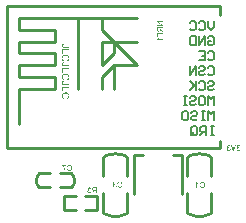
<source format=gbo>
G04 Layer_Color=32896*
%FSLAX25Y25*%
%MOIN*%
G70*
G01*
G75*
%ADD19C,0.01000*%
%ADD64C,0.00500*%
G36*
X37007Y11531D02*
X37023D01*
X37045Y11528D01*
X37070Y11525D01*
X37098Y11520D01*
X37128Y11515D01*
X37161Y11507D01*
X37194Y11497D01*
X37229Y11485D01*
X37264Y11470D01*
X37301Y11453D01*
X37334Y11434D01*
X37369Y11410D01*
X37400Y11384D01*
X37402Y11382D01*
X37407Y11377D01*
X37415Y11369D01*
X37427Y11356D01*
X37440Y11341D01*
X37453Y11324D01*
X37470Y11303D01*
X37486Y11278D01*
X37503Y11251D01*
X37520Y11223D01*
X37535Y11190D01*
X37549Y11155D01*
X37563Y11118D01*
X37574Y11078D01*
X37583Y11037D01*
X37589Y10994D01*
X37354Y10962D01*
Y10964D01*
X37352Y10971D01*
X37349Y10980D01*
X37345Y10995D01*
X37342Y11012D01*
X37335Y11030D01*
X37329Y11052D01*
X37322Y11073D01*
X37302Y11122D01*
X37279Y11168D01*
X37266Y11191D01*
X37251Y11213D01*
X37234Y11233D01*
X37218Y11251D01*
X37216Y11253D01*
X37212Y11254D01*
X37207Y11259D01*
X37199Y11264D01*
X37191Y11271D01*
X37179Y11279D01*
X37166Y11287D01*
X37151Y11294D01*
X37116Y11311D01*
X37076Y11326D01*
X37030Y11336D01*
X37005Y11337D01*
X36980Y11339D01*
X36963D01*
X36952Y11337D01*
X36939Y11336D01*
X36922Y11332D01*
X36904Y11329D01*
X36882Y11324D01*
X36861Y11319D01*
X36839Y11311D01*
X36816Y11303D01*
X36791Y11291D01*
X36768Y11278D01*
X36744Y11263D01*
X36721Y11244D01*
X36700Y11224D01*
X36698Y11223D01*
X36695Y11220D01*
X36690Y11213D01*
X36681Y11204D01*
X36673Y11193D01*
X36663Y11180D01*
X36653Y11163D01*
X36641Y11146D01*
X36632Y11127D01*
X36622Y11105D01*
X36612Y11082D01*
X36603Y11057D01*
X36595Y11030D01*
X36590Y11002D01*
X36587Y10972D01*
X36585Y10941D01*
Y10939D01*
Y10934D01*
Y10926D01*
X36587Y10914D01*
X36588Y10899D01*
X36590Y10884D01*
X36593Y10866D01*
X36598Y10846D01*
X36612Y10804D01*
X36620Y10781D01*
X36630Y10760D01*
X36641Y10736D01*
X36656Y10715D01*
X36673Y10693D01*
X36691Y10673D01*
X36693Y10672D01*
X36696Y10668D01*
X36703Y10663D01*
X36709Y10657D01*
X36721Y10648D01*
X36733Y10640D01*
X36748Y10630D01*
X36764Y10620D01*
X36783Y10612D01*
X36804Y10602D01*
X36826Y10594D01*
X36849Y10585D01*
X36876Y10579D01*
X36902Y10574D01*
X36930Y10570D01*
X36960Y10569D01*
X36972D01*
X36987Y10570D01*
X37005Y10572D01*
X37030Y10575D01*
X37058Y10579D01*
X37090Y10585D01*
X37126Y10594D01*
X37100Y10388D01*
X37096D01*
X37086Y10390D01*
X37073Y10391D01*
X37047D01*
X37037Y10390D01*
X37023D01*
X37008Y10386D01*
X36990Y10385D01*
X36972Y10381D01*
X36930Y10371D01*
X36885Y10358D01*
X36839Y10338D01*
X36816Y10326D01*
X36792Y10313D01*
X36791Y10311D01*
X36788Y10310D01*
X36781Y10305D01*
X36774Y10298D01*
X36764Y10290D01*
X36754Y10280D01*
X36744Y10268D01*
X36733Y10253D01*
X36721Y10237D01*
X36711Y10220D01*
X36701Y10200D01*
X36691Y10179D01*
X36685Y10154D01*
X36678Y10129D01*
X36675Y10101D01*
X36673Y10071D01*
Y10069D01*
Y10066D01*
Y10059D01*
X36675Y10049D01*
X36676Y10039D01*
X36678Y10026D01*
X36685Y9996D01*
X36695Y9963D01*
X36709Y9926D01*
X36720Y9910D01*
X36731Y9892D01*
X36746Y9875D01*
X36761Y9858D01*
X36763Y9857D01*
X36764Y9855D01*
X36769Y9850D01*
X36778Y9845D01*
X36786Y9838D01*
X36796Y9832D01*
X36808Y9823D01*
X36822Y9815D01*
X36854Y9798D01*
X36894Y9785D01*
X36937Y9775D01*
X36962Y9774D01*
X36987Y9772D01*
X37000D01*
X37010Y9774D01*
X37022Y9775D01*
X37035Y9777D01*
X37066Y9782D01*
X37101Y9793D01*
X37139Y9809D01*
X37159Y9818D01*
X37178Y9830D01*
X37196Y9843D01*
X37214Y9858D01*
X37216Y9860D01*
X37218Y9862D01*
X37222Y9867D01*
X37229Y9875D01*
X37236Y9883D01*
X37244Y9895D01*
X37254Y9908D01*
X37262Y9923D01*
X37272Y9940D01*
X37282Y9960D01*
X37292Y9981D01*
X37302Y10004D01*
X37310Y10029D01*
X37319Y10056D01*
X37325Y10086D01*
X37330Y10117D01*
X37566Y10076D01*
Y10072D01*
X37564Y10066D01*
X37561Y10052D01*
X37558Y10037D01*
X37551Y10018D01*
X37545Y9994D01*
X37536Y9969D01*
X37526Y9941D01*
X37515Y9913D01*
X37500Y9883D01*
X37485Y9853D01*
X37466Y9822D01*
X37447Y9792D01*
X37423Y9764D01*
X37398Y9735D01*
X37372Y9710D01*
X37370Y9709D01*
X37365Y9706D01*
X37357Y9699D01*
X37344Y9691D01*
X37329Y9681D01*
X37312Y9669D01*
X37290Y9657D01*
X37267Y9644D01*
X37241Y9633D01*
X37212Y9621D01*
X37181Y9609D01*
X37148Y9599D01*
X37111Y9591D01*
X37073Y9584D01*
X37033Y9581D01*
X36992Y9579D01*
X36977D01*
X36965Y9581D01*
X36952D01*
X36935Y9583D01*
X36917Y9584D01*
X36897Y9588D01*
X36852Y9596D01*
X36803Y9608D01*
X36753Y9624D01*
X36703Y9647D01*
X36701D01*
X36696Y9651D01*
X36690Y9654D01*
X36681Y9659D01*
X36670Y9666D01*
X36658Y9674D01*
X36628Y9696D01*
X36597Y9720D01*
X36564Y9752D01*
X36530Y9788D01*
X36502Y9830D01*
X36500Y9832D01*
X36499Y9835D01*
X36495Y9842D01*
X36490Y9850D01*
X36485Y9862D01*
X36479Y9873D01*
X36472Y9888D01*
X36465Y9905D01*
X36454Y9941D01*
X36442Y9983D01*
X36434Y10029D01*
X36431Y10052D01*
Y10077D01*
Y10079D01*
Y10082D01*
Y10089D01*
X36432Y10097D01*
Y10109D01*
X36434Y10122D01*
X36439Y10152D01*
X36447Y10187D01*
X36459Y10225D01*
X36476Y10263D01*
X36499Y10303D01*
Y10305D01*
X36502Y10308D01*
X36505Y10313D01*
X36510Y10320D01*
X36527Y10338D01*
X36549Y10361D01*
X36575Y10386D01*
X36610Y10414D01*
X36650Y10439D01*
X36695Y10464D01*
X36693D01*
X36686Y10466D01*
X36678Y10469D01*
X36666Y10473D01*
X36653Y10477D01*
X36636Y10482D01*
X36618Y10491D01*
X36598Y10499D01*
X36555Y10521D01*
X36534Y10534D01*
X36512Y10549D01*
X36490Y10565D01*
X36469Y10585D01*
X36449Y10605D01*
X36431Y10627D01*
X36429Y10628D01*
X36427Y10632D01*
X36422Y10640D01*
X36416Y10648D01*
X36409Y10662D01*
X36401Y10675D01*
X36393Y10692D01*
X36382Y10712D01*
X36374Y10733D01*
X36366Y10756D01*
X36358Y10781D01*
X36351Y10809D01*
X36344Y10838D01*
X36339Y10869D01*
X36338Y10901D01*
X36336Y10936D01*
Y10939D01*
Y10947D01*
X36338Y10960D01*
X36339Y10977D01*
X36341Y10999D01*
X36346Y11024D01*
X36351Y11052D01*
X36359Y11083D01*
X36369Y11115D01*
X36381Y11150D01*
X36396Y11185D01*
X36414Y11221D01*
X36436Y11256D01*
X36459Y11293D01*
X36487Y11327D01*
X36520Y11361D01*
X36522Y11362D01*
X36529Y11367D01*
X36539Y11377D01*
X36553Y11387D01*
X36572Y11400D01*
X36593Y11415D01*
X36618Y11430D01*
X36647Y11447D01*
X36678Y11463D01*
X36713Y11478D01*
X36751Y11493D01*
X36792Y11507D01*
X36836Y11517D01*
X36882Y11525D01*
X36930Y11531D01*
X36982Y11533D01*
X36993D01*
X37007Y11531D01*
D02*
G37*
G36*
X38632Y11530D02*
X38653D01*
X38680Y11528D01*
X38710Y11525D01*
X38743Y11522D01*
X38781Y11517D01*
X38819Y11510D01*
X38861Y11502D01*
X38902Y11492D01*
X38944Y11478D01*
X38987Y11465D01*
X39027Y11449D01*
X39067Y11429D01*
X39105Y11407D01*
X39107Y11405D01*
X39113Y11400D01*
X39123Y11394D01*
X39136Y11384D01*
X39153Y11371D01*
X39171Y11354D01*
X39193Y11336D01*
X39215Y11314D01*
X39238Y11289D01*
X39263Y11263D01*
X39287Y11233D01*
X39311Y11199D01*
X39336Y11165D01*
X39359Y11127D01*
X39380Y11085D01*
X39400Y11042D01*
X39402Y11039D01*
X39405Y11030D01*
X39410Y11019D01*
X39415Y11000D01*
X39424Y10979D01*
X39432Y10952D01*
X39440Y10922D01*
X39450Y10887D01*
X39460Y10851D01*
X39469Y10811D01*
X39477Y10770D01*
X39485Y10725D01*
X39490Y10678D01*
X39495Y10630D01*
X39498Y10580D01*
X39500Y10529D01*
Y10527D01*
Y10526D01*
Y10516D01*
Y10499D01*
X39498Y10479D01*
X39497Y10452D01*
X39493Y10423D01*
X39490Y10390D01*
X39485Y10351D01*
X39480Y10311D01*
X39472Y10270D01*
X39463Y10227D01*
X39452Y10184D01*
X39439Y10139D01*
X39424Y10094D01*
X39407Y10051D01*
X39387Y10008D01*
X39386Y10004D01*
X39382Y9998D01*
X39375Y9986D01*
X39366Y9971D01*
X39354Y9953D01*
X39339Y9931D01*
X39322Y9908D01*
X39304Y9882D01*
X39281Y9855D01*
X39258Y9827D01*
X39231Y9798D01*
X39201Y9770D01*
X39170Y9744D01*
X39136Y9717D01*
X39100Y9692D01*
X39062Y9669D01*
X39060Y9667D01*
X39052Y9664D01*
X39040Y9659D01*
X39025Y9651D01*
X39005Y9642D01*
X38982Y9633D01*
X38956Y9621D01*
X38924Y9611D01*
X38892Y9599D01*
X38856Y9589D01*
X38818Y9579D01*
X38778Y9571D01*
X38735Y9563D01*
X38692Y9558D01*
X38645Y9555D01*
X38599Y9553D01*
X38585D01*
X38570Y9555D01*
X38550D01*
X38526Y9558D01*
X38497Y9561D01*
X38466Y9564D01*
X38431Y9571D01*
X38393Y9579D01*
X38355Y9589D01*
X38315Y9601D01*
X38273Y9616D01*
X38233Y9633D01*
X38192Y9652D01*
X38154Y9674D01*
X38116Y9701D01*
X38114Y9702D01*
X38107Y9707D01*
X38097Y9715D01*
X38084Y9727D01*
X38067Y9742D01*
X38049Y9760D01*
X38029Y9782D01*
X38008Y9807D01*
X37986Y9835D01*
X37963Y9865D01*
X37940Y9900D01*
X37918Y9936D01*
X37896Y9976D01*
X37876Y10018D01*
X37858Y10064D01*
X37842Y10112D01*
X38091Y10170D01*
Y10169D01*
X38094Y10160D01*
X38097Y10150D01*
X38104Y10136D01*
X38111Y10119D01*
X38119Y10099D01*
X38129Y10077D01*
X38140Y10054D01*
X38169Y10004D01*
X38202Y9955D01*
X38220Y9930D01*
X38240Y9906D01*
X38262Y9885D01*
X38285Y9867D01*
X38287Y9865D01*
X38290Y9862D01*
X38298Y9858D01*
X38308Y9852D01*
X38320Y9845D01*
X38335Y9837D01*
X38353Y9827D01*
X38371Y9818D01*
X38394Y9810D01*
X38418Y9800D01*
X38444Y9792D01*
X38473Y9785D01*
X38502Y9779D01*
X38534Y9774D01*
X38569Y9772D01*
X38604Y9770D01*
X38625D01*
X38640Y9772D01*
X38660Y9774D01*
X38682Y9775D01*
X38706Y9779D01*
X38733Y9784D01*
X38761Y9788D01*
X38791Y9797D01*
X38821Y9805D01*
X38853Y9815D01*
X38882Y9827D01*
X38914Y9842D01*
X38944Y9858D01*
X38972Y9877D01*
X38974Y9878D01*
X38979Y9882D01*
X38985Y9888D01*
X38995Y9896D01*
X39009Y9906D01*
X39022Y9920D01*
X39037Y9935D01*
X39053Y9951D01*
X39070Y9971D01*
X39088Y9993D01*
X39105Y10016D01*
X39121Y10041D01*
X39138Y10067D01*
X39153Y10097D01*
X39168Y10127D01*
X39180Y10160D01*
Y10162D01*
X39183Y10169D01*
X39185Y10179D01*
X39190Y10190D01*
X39193Y10207D01*
X39198Y10227D01*
X39204Y10248D01*
X39209Y10273D01*
X39215Y10300D01*
X39221Y10328D01*
X39226Y10358D01*
X39229Y10390D01*
X39236Y10458D01*
X39239Y10527D01*
Y10531D01*
Y10537D01*
Y10550D01*
X39238Y10569D01*
Y10589D01*
X39236Y10614D01*
X39233Y10642D01*
X39231Y10672D01*
X39226Y10705D01*
X39223Y10738D01*
X39209Y10809D01*
X39193Y10882D01*
X39170Y10954D01*
X39168Y10955D01*
X39166Y10962D01*
X39161Y10971D01*
X39156Y10984D01*
X39148Y10999D01*
X39140Y11015D01*
X39128Y11035D01*
X39115Y11055D01*
X39100Y11077D01*
X39085Y11100D01*
X39067Y11122D01*
X39047Y11145D01*
X39025Y11166D01*
X39002Y11186D01*
X38975Y11206D01*
X38949Y11224D01*
X38947Y11226D01*
X38942Y11228D01*
X38934Y11233D01*
X38922Y11238D01*
X38909Y11244D01*
X38892Y11253D01*
X38873Y11261D01*
X38851Y11269D01*
X38828Y11278D01*
X38803Y11286D01*
X38776Y11293D01*
X38748Y11301D01*
X38688Y11311D01*
X38655Y11312D01*
X38623Y11314D01*
X38614D01*
X38604Y11312D01*
X38589D01*
X38570Y11311D01*
X38549Y11307D01*
X38524Y11304D01*
X38499Y11299D01*
X38471Y11293D01*
X38443Y11284D01*
X38413Y11274D01*
X38381Y11263D01*
X38351Y11249D01*
X38321Y11233D01*
X38291Y11214D01*
X38263Y11193D01*
X38262Y11191D01*
X38257Y11188D01*
X38250Y11180D01*
X38240Y11170D01*
X38227Y11156D01*
X38214Y11141D01*
X38199Y11123D01*
X38182Y11102D01*
X38165Y11077D01*
X38149Y11050D01*
X38132Y11020D01*
X38116Y10987D01*
X38101Y10952D01*
X38086Y10914D01*
X38074Y10872D01*
X38062Y10829D01*
X37808Y10892D01*
Y10894D01*
X37810Y10896D01*
Y10901D01*
X37812Y10906D01*
X37817Y10922D01*
X37823Y10944D01*
X37833Y10971D01*
X37845Y11000D01*
X37858Y11033D01*
X37875Y11068D01*
X37893Y11107D01*
X37913Y11146D01*
X37936Y11186D01*
X37963Y11224D01*
X37993Y11264D01*
X38024Y11301D01*
X38058Y11336D01*
X38096Y11369D01*
X38097Y11371D01*
X38106Y11376D01*
X38117Y11384D01*
X38132Y11394D01*
X38152Y11407D01*
X38177Y11420D01*
X38205Y11435D01*
X38237Y11450D01*
X38272Y11465D01*
X38310Y11480D01*
X38351Y11493D01*
X38396Y11507D01*
X38444Y11517D01*
X38494Y11525D01*
X38547Y11530D01*
X38602Y11531D01*
X38615D01*
X38632Y11530D01*
D02*
G37*
G36*
X66145Y11445D02*
X66192Y11442D01*
X66235Y11437D01*
X66278Y11429D01*
X66318Y11421D01*
X66356Y11411D01*
X66392Y11401D01*
X66424Y11389D01*
X66456Y11379D01*
X66482Y11367D01*
X66505Y11357D01*
X66525Y11349D01*
X66540Y11341D01*
X66552Y11336D01*
X66560Y11333D01*
X66562Y11331D01*
X66600Y11308D01*
X66637Y11283D01*
X66670Y11256D01*
X66701Y11230D01*
X66731Y11202D01*
X66758Y11173D01*
X66781Y11145D01*
X66804Y11118D01*
X66822Y11092D01*
X66839Y11069D01*
X66854Y11047D01*
X66865Y11029D01*
X66875Y11014D01*
X66882Y11002D01*
X66886Y10996D01*
X66887Y10992D01*
X66907Y10949D01*
X66924Y10906D01*
X66939Y10861D01*
X66952Y10816D01*
X66963Y10773D01*
X66972Y10730D01*
X66980Y10689D01*
X66985Y10649D01*
X66990Y10610D01*
X66993Y10577D01*
X66997Y10548D01*
X66998Y10521D01*
X67000Y10501D01*
Y10484D01*
Y10474D01*
Y10473D01*
Y10471D01*
X66998Y10420D01*
X66995Y10370D01*
X66990Y10322D01*
X66985Y10275D01*
X66977Y10230D01*
X66969Y10189D01*
X66960Y10149D01*
X66950Y10113D01*
X66940Y10078D01*
X66932Y10048D01*
X66924Y10021D01*
X66915Y10000D01*
X66910Y9981D01*
X66905Y9970D01*
X66902Y9962D01*
X66900Y9958D01*
X66881Y9915D01*
X66859Y9873D01*
X66836Y9835D01*
X66811Y9800D01*
X66787Y9767D01*
X66763Y9737D01*
X66738Y9711D01*
X66715Y9686D01*
X66693Y9664D01*
X66671Y9646D01*
X66653Y9629D01*
X66637Y9616D01*
X66623Y9606D01*
X66613Y9600D01*
X66607Y9595D01*
X66605Y9593D01*
X66567Y9571D01*
X66527Y9551D01*
X66487Y9535D01*
X66444Y9522D01*
X66402Y9508D01*
X66361Y9498D01*
X66319Y9490D01*
X66281Y9483D01*
X66243Y9478D01*
X66210Y9475D01*
X66180Y9472D01*
X66153Y9470D01*
X66132D01*
X66115Y9469D01*
X66102D01*
X66047Y9470D01*
X65994Y9475D01*
X65944Y9483D01*
X65896Y9493D01*
X65851Y9507D01*
X65810Y9520D01*
X65772Y9535D01*
X65737Y9550D01*
X65705Y9565D01*
X65677Y9580D01*
X65652Y9593D01*
X65632Y9606D01*
X65617Y9616D01*
X65606Y9624D01*
X65597Y9629D01*
X65596Y9631D01*
X65557Y9664D01*
X65524Y9699D01*
X65493Y9736D01*
X65463Y9776D01*
X65436Y9814D01*
X65413Y9854D01*
X65393Y9893D01*
X65375Y9932D01*
X65358Y9967D01*
X65345Y10000D01*
X65333Y10029D01*
X65323Y10056D01*
X65317Y10078D01*
X65312Y10094D01*
X65310Y10099D01*
Y10104D01*
X65308Y10106D01*
Y10108D01*
X65562Y10171D01*
X65574Y10127D01*
X65586Y10086D01*
X65601Y10048D01*
X65616Y10013D01*
X65632Y9980D01*
X65649Y9950D01*
X65665Y9923D01*
X65682Y9898D01*
X65699Y9877D01*
X65714Y9859D01*
X65727Y9844D01*
X65740Y9830D01*
X65750Y9820D01*
X65757Y9812D01*
X65762Y9809D01*
X65763Y9807D01*
X65791Y9786D01*
X65821Y9767D01*
X65851Y9751D01*
X65881Y9737D01*
X65913Y9726D01*
X65943Y9716D01*
X65971Y9708D01*
X65999Y9701D01*
X66024Y9696D01*
X66049Y9693D01*
X66070Y9689D01*
X66089Y9688D01*
X66104D01*
X66114Y9686D01*
X66123D01*
X66155Y9688D01*
X66188Y9689D01*
X66248Y9699D01*
X66276Y9708D01*
X66303Y9714D01*
X66328Y9722D01*
X66351Y9731D01*
X66373Y9739D01*
X66392Y9747D01*
X66409Y9756D01*
X66422Y9762D01*
X66434Y9767D01*
X66442Y9772D01*
X66447Y9774D01*
X66449Y9776D01*
X66475Y9794D01*
X66502Y9814D01*
X66525Y9834D01*
X66547Y9855D01*
X66567Y9878D01*
X66585Y9900D01*
X66600Y9923D01*
X66615Y9945D01*
X66628Y9965D01*
X66640Y9985D01*
X66648Y10001D01*
X66656Y10016D01*
X66661Y10029D01*
X66666Y10038D01*
X66668Y10045D01*
X66670Y10046D01*
X66693Y10118D01*
X66710Y10191D01*
X66723Y10262D01*
X66726Y10295D01*
X66731Y10328D01*
X66733Y10358D01*
X66736Y10386D01*
X66738Y10411D01*
Y10431D01*
X66739Y10449D01*
Y10463D01*
Y10469D01*
Y10473D01*
X66736Y10543D01*
X66729Y10610D01*
X66726Y10642D01*
X66721Y10672D01*
X66715Y10700D01*
X66710Y10727D01*
X66704Y10752D01*
X66698Y10773D01*
X66693Y10793D01*
X66690Y10810D01*
X66685Y10821D01*
X66683Y10831D01*
X66680Y10838D01*
Y10840D01*
X66668Y10873D01*
X66653Y10903D01*
X66638Y10933D01*
X66622Y10959D01*
X66605Y10984D01*
X66588Y11007D01*
X66570Y11029D01*
X66553Y11049D01*
X66537Y11065D01*
X66522Y11080D01*
X66509Y11094D01*
X66495Y11104D01*
X66485Y11112D01*
X66479Y11118D01*
X66474Y11122D01*
X66472Y11124D01*
X66444Y11142D01*
X66414Y11158D01*
X66382Y11173D01*
X66353Y11185D01*
X66321Y11195D01*
X66291Y11203D01*
X66261Y11212D01*
X66233Y11216D01*
X66207Y11221D01*
X66182Y11225D01*
X66160Y11226D01*
X66140Y11228D01*
X66125Y11230D01*
X66104D01*
X66069Y11228D01*
X66034Y11226D01*
X66002Y11221D01*
X65973Y11215D01*
X65944Y11208D01*
X65918Y11200D01*
X65894Y11190D01*
X65871Y11182D01*
X65853Y11173D01*
X65835Y11163D01*
X65820Y11155D01*
X65808Y11148D01*
X65798Y11142D01*
X65790Y11138D01*
X65786Y11135D01*
X65785Y11133D01*
X65762Y11115D01*
X65740Y11094D01*
X65720Y11070D01*
X65702Y11045D01*
X65669Y10996D01*
X65640Y10946D01*
X65629Y10923D01*
X65619Y10901D01*
X65611Y10881D01*
X65604Y10864D01*
X65597Y10850D01*
X65594Y10840D01*
X65591Y10831D01*
Y10830D01*
X65342Y10888D01*
X65358Y10936D01*
X65377Y10982D01*
X65396Y11024D01*
X65418Y11064D01*
X65440Y11100D01*
X65463Y11135D01*
X65486Y11165D01*
X65508Y11193D01*
X65529Y11218D01*
X65549Y11240D01*
X65567Y11258D01*
X65584Y11273D01*
X65597Y11285D01*
X65607Y11293D01*
X65614Y11298D01*
X65616Y11299D01*
X65654Y11326D01*
X65692Y11348D01*
X65733Y11367D01*
X65773Y11384D01*
X65815Y11399D01*
X65855Y11411D01*
X65893Y11421D01*
X65931Y11429D01*
X65966Y11436D01*
X65997Y11439D01*
X66026Y11442D01*
X66050Y11445D01*
X66070D01*
X66085Y11447D01*
X66099D01*
X66145Y11445D01*
D02*
G37*
G36*
X51772Y59378D02*
X51752Y59334D01*
X51732Y59293D01*
X51712Y59255D01*
X51704Y59238D01*
X51694Y59222D01*
X51687Y59208D01*
X51680Y59197D01*
X51675Y59187D01*
X51670Y59180D01*
X51669Y59175D01*
X51667Y59173D01*
X51637Y59124D01*
X51607Y59080D01*
X51579Y59042D01*
X51556Y59009D01*
X51544Y58996D01*
X51534Y58984D01*
X51526Y58974D01*
X51518Y58964D01*
X51513Y58958D01*
X51508Y58953D01*
X51506Y58951D01*
X51504Y58949D01*
X53000D01*
Y58714D01*
X51079D01*
Y58866D01*
X51103Y58878D01*
X51126Y58893D01*
X51172Y58924D01*
X51215Y58959D01*
X51255Y58994D01*
X51272Y59011D01*
X51288Y59026D01*
X51302Y59039D01*
X51313Y59051D01*
X51323Y59062D01*
X51330Y59069D01*
X51335Y59074D01*
X51337Y59075D01*
X51383Y59132D01*
X51426Y59192D01*
X51464Y59250D01*
X51483Y59276D01*
X51498Y59303D01*
X51513Y59328D01*
X51524Y59349D01*
X51536Y59369D01*
X51544Y59386D01*
X51551Y59399D01*
X51556Y59411D01*
X51559Y59417D01*
X51561Y59419D01*
X51788D01*
X51772Y59378D01*
D02*
G37*
G36*
X21785Y17055D02*
X21832Y17052D01*
X21875Y17047D01*
X21918Y17039D01*
X21958Y17031D01*
X21996Y17021D01*
X22032Y17011D01*
X22064Y16999D01*
X22095Y16989D01*
X22122Y16977D01*
X22145Y16967D01*
X22165Y16959D01*
X22180Y16951D01*
X22192Y16946D01*
X22200Y16943D01*
X22202Y16941D01*
X22240Y16918D01*
X22276Y16893D01*
X22310Y16866D01*
X22341Y16840D01*
X22371Y16812D01*
X22398Y16783D01*
X22421Y16755D01*
X22444Y16728D01*
X22462Y16702D01*
X22479Y16679D01*
X22494Y16657D01*
X22505Y16639D01*
X22515Y16624D01*
X22522Y16612D01*
X22525Y16606D01*
X22527Y16602D01*
X22547Y16559D01*
X22564Y16516D01*
X22579Y16471D01*
X22592Y16426D01*
X22603Y16383D01*
X22612Y16340D01*
X22620Y16299D01*
X22625Y16259D01*
X22630Y16220D01*
X22633Y16187D01*
X22637Y16158D01*
X22638Y16131D01*
X22640Y16111D01*
Y16094D01*
Y16084D01*
Y16083D01*
Y16081D01*
X22638Y16030D01*
X22635Y15980D01*
X22630Y15932D01*
X22625Y15885D01*
X22617Y15840D01*
X22609Y15799D01*
X22600Y15759D01*
X22590Y15722D01*
X22580Y15688D01*
X22572Y15658D01*
X22564Y15631D01*
X22555Y15610D01*
X22550Y15591D01*
X22545Y15580D01*
X22542Y15572D01*
X22540Y15568D01*
X22521Y15525D01*
X22499Y15484D01*
X22476Y15445D01*
X22451Y15410D01*
X22427Y15377D01*
X22403Y15347D01*
X22378Y15321D01*
X22354Y15296D01*
X22333Y15274D01*
X22311Y15256D01*
X22293Y15239D01*
X22276Y15226D01*
X22263Y15216D01*
X22253Y15210D01*
X22247Y15205D01*
X22245Y15203D01*
X22207Y15181D01*
X22167Y15161D01*
X22127Y15145D01*
X22084Y15132D01*
X22042Y15118D01*
X22001Y15108D01*
X21959Y15100D01*
X21921Y15093D01*
X21883Y15088D01*
X21850Y15085D01*
X21820Y15082D01*
X21793Y15080D01*
X21772D01*
X21755Y15078D01*
X21742D01*
X21687Y15080D01*
X21634Y15085D01*
X21584Y15093D01*
X21536Y15103D01*
X21491Y15117D01*
X21450Y15130D01*
X21412Y15145D01*
X21377Y15160D01*
X21345Y15175D01*
X21317Y15190D01*
X21292Y15203D01*
X21272Y15216D01*
X21257Y15226D01*
X21246Y15235D01*
X21237Y15239D01*
X21236Y15241D01*
X21197Y15274D01*
X21164Y15309D01*
X21133Y15346D01*
X21103Y15386D01*
X21076Y15424D01*
X21053Y15464D01*
X21033Y15503D01*
X21015Y15542D01*
X20998Y15576D01*
X20985Y15610D01*
X20973Y15640D01*
X20963Y15666D01*
X20957Y15688D01*
X20952Y15704D01*
X20950Y15709D01*
Y15714D01*
X20948Y15716D01*
Y15718D01*
X21202Y15781D01*
X21214Y15737D01*
X21226Y15696D01*
X21241Y15658D01*
X21256Y15623D01*
X21272Y15590D01*
X21289Y15560D01*
X21305Y15533D01*
X21322Y15508D01*
X21339Y15487D01*
X21353Y15469D01*
X21367Y15454D01*
X21380Y15440D01*
X21390Y15430D01*
X21397Y15422D01*
X21402Y15419D01*
X21403Y15417D01*
X21431Y15395D01*
X21461Y15377D01*
X21491Y15361D01*
X21521Y15347D01*
X21553Y15336D01*
X21583Y15326D01*
X21611Y15317D01*
X21639Y15311D01*
X21664Y15306D01*
X21689Y15303D01*
X21710Y15299D01*
X21729Y15298D01*
X21744D01*
X21754Y15296D01*
X21764D01*
X21795Y15298D01*
X21828Y15299D01*
X21888Y15309D01*
X21916Y15317D01*
X21943Y15324D01*
X21968Y15332D01*
X21991Y15341D01*
X22013Y15349D01*
X22032Y15357D01*
X22049Y15366D01*
X22062Y15372D01*
X22074Y15377D01*
X22082Y15382D01*
X22087Y15384D01*
X22089Y15386D01*
X22115Y15404D01*
X22142Y15424D01*
X22165Y15444D01*
X22187Y15465D01*
X22207Y15488D01*
X22225Y15510D01*
X22240Y15533D01*
X22255Y15555D01*
X22268Y15575D01*
X22280Y15595D01*
X22288Y15611D01*
X22296Y15626D01*
X22301Y15640D01*
X22306Y15648D01*
X22308Y15654D01*
X22310Y15656D01*
X22333Y15728D01*
X22350Y15801D01*
X22363Y15872D01*
X22366Y15905D01*
X22371Y15938D01*
X22373Y15968D01*
X22376Y15996D01*
X22378Y16021D01*
Y16041D01*
X22379Y16059D01*
Y16073D01*
Y16079D01*
Y16083D01*
X22376Y16152D01*
X22369Y16220D01*
X22366Y16252D01*
X22361Y16282D01*
X22354Y16310D01*
X22350Y16337D01*
X22344Y16362D01*
X22338Y16383D01*
X22333Y16403D01*
X22330Y16420D01*
X22325Y16431D01*
X22323Y16441D01*
X22320Y16448D01*
Y16450D01*
X22308Y16483D01*
X22293Y16513D01*
X22278Y16543D01*
X22262Y16569D01*
X22245Y16594D01*
X22228Y16617D01*
X22210Y16639D01*
X22194Y16659D01*
X22177Y16675D01*
X22162Y16690D01*
X22149Y16704D01*
X22135Y16714D01*
X22125Y16722D01*
X22119Y16728D01*
X22114Y16732D01*
X22112Y16734D01*
X22084Y16752D01*
X22054Y16768D01*
X22023Y16783D01*
X21993Y16795D01*
X21961Y16805D01*
X21931Y16813D01*
X21901Y16822D01*
X21873Y16826D01*
X21847Y16831D01*
X21822Y16835D01*
X21800Y16836D01*
X21780Y16838D01*
X21765Y16840D01*
X21744D01*
X21709Y16838D01*
X21674Y16836D01*
X21642Y16831D01*
X21612Y16825D01*
X21584Y16818D01*
X21558Y16810D01*
X21534Y16800D01*
X21511Y16792D01*
X21493Y16783D01*
X21475Y16773D01*
X21460Y16765D01*
X21448Y16758D01*
X21438Y16752D01*
X21430Y16748D01*
X21427Y16745D01*
X21425Y16743D01*
X21402Y16725D01*
X21380Y16704D01*
X21360Y16680D01*
X21342Y16656D01*
X21309Y16606D01*
X21281Y16556D01*
X21269Y16533D01*
X21259Y16511D01*
X21251Y16491D01*
X21244Y16475D01*
X21237Y16460D01*
X21234Y16450D01*
X21231Y16441D01*
Y16440D01*
X20982Y16498D01*
X20998Y16546D01*
X21016Y16592D01*
X21036Y16634D01*
X21058Y16674D01*
X21080Y16710D01*
X21103Y16745D01*
X21126Y16775D01*
X21148Y16803D01*
X21169Y16828D01*
X21189Y16850D01*
X21207Y16868D01*
X21224Y16883D01*
X21237Y16894D01*
X21247Y16903D01*
X21254Y16908D01*
X21256Y16909D01*
X21294Y16936D01*
X21332Y16958D01*
X21373Y16977D01*
X21413Y16994D01*
X21455Y17009D01*
X21495Y17021D01*
X21533Y17031D01*
X21571Y17039D01*
X21606Y17046D01*
X21637Y17049D01*
X21666Y17052D01*
X21690Y17055D01*
X21710D01*
X21725Y17057D01*
X21739D01*
X21785Y17055D01*
D02*
G37*
G36*
X20716Y16773D02*
X19778D01*
X19811Y16734D01*
X19845Y16694D01*
X19906Y16609D01*
X19936Y16566D01*
X19964Y16524D01*
X19991Y16485D01*
X20014Y16446D01*
X20037Y16410D01*
X20057Y16377D01*
X20074Y16347D01*
X20089Y16322D01*
X20100Y16300D01*
X20110Y16285D01*
X20115Y16275D01*
X20117Y16274D01*
Y16272D01*
X20145Y16216D01*
X20173Y16161D01*
X20198Y16104D01*
X20221Y16050D01*
X20245Y15996D01*
X20265Y15947D01*
X20283Y15897D01*
X20298Y15852D01*
X20313Y15811D01*
X20326Y15772D01*
X20336Y15737D01*
X20344Y15709D01*
X20353Y15686D01*
X20358Y15669D01*
X20359Y15663D01*
Y15658D01*
X20361Y15656D01*
Y15654D01*
X20376Y15596D01*
X20389Y15540D01*
X20401Y15485D01*
X20411Y15435D01*
X20419Y15387D01*
X20426Y15342D01*
X20432Y15301D01*
X20437Y15263D01*
X20440Y15228D01*
X20444Y15198D01*
X20446Y15171D01*
X20447Y15150D01*
Y15133D01*
X20449Y15120D01*
Y15113D01*
Y15110D01*
X20206D01*
X20197Y15215D01*
X20191Y15264D01*
X20185Y15313D01*
X20178Y15359D01*
X20170Y15402D01*
X20162Y15442D01*
X20155Y15480D01*
X20147Y15513D01*
X20140Y15543D01*
X20133Y15570D01*
X20128Y15593D01*
X20123Y15611D01*
X20120Y15625D01*
X20117Y15631D01*
Y15635D01*
X20097Y15698D01*
X20077Y15761D01*
X20055Y15822D01*
X20032Y15882D01*
X20009Y15940D01*
X19986Y15995D01*
X19964Y16046D01*
X19941Y16094D01*
X19921Y16139D01*
X19901Y16179D01*
X19884Y16214D01*
X19870Y16244D01*
X19856Y16267D01*
X19851Y16277D01*
X19848Y16284D01*
X19845Y16290D01*
X19841Y16295D01*
X19840Y16297D01*
Y16299D01*
X19806Y16357D01*
X19773Y16413D01*
X19740Y16466D01*
X19707Y16514D01*
X19675Y16561D01*
X19645Y16604D01*
X19617Y16642D01*
X19591Y16677D01*
X19566Y16709D01*
X19544Y16737D01*
X19524Y16760D01*
X19508Y16780D01*
X19494Y16795D01*
X19484Y16806D01*
X19478Y16813D01*
X19476Y16815D01*
Y16999D01*
X20716D01*
Y16773D01*
D02*
G37*
G36*
X78244Y23719D02*
X78284Y23716D01*
X78322Y23709D01*
X78358Y23701D01*
X78392Y23691D01*
X78423Y23679D01*
X78451Y23667D01*
X78478Y23656D01*
X78501Y23643D01*
X78523Y23631D01*
X78539Y23619D01*
X78554Y23609D01*
X78568Y23601D01*
X78576Y23595D01*
X78581Y23591D01*
X78583Y23589D01*
X78609Y23565D01*
X78634Y23536D01*
X78657Y23508D01*
X78677Y23478D01*
X78695Y23447D01*
X78710Y23417D01*
X78725Y23387D01*
X78737Y23359D01*
X78747Y23331D01*
X78755Y23306D01*
X78762Y23282D01*
X78768Y23262D01*
X78772Y23247D01*
X78775Y23234D01*
X78777Y23228D01*
Y23224D01*
X78541Y23183D01*
X78536Y23214D01*
X78529Y23244D01*
X78521Y23271D01*
X78513Y23296D01*
X78503Y23319D01*
X78493Y23340D01*
X78483Y23360D01*
X78473Y23377D01*
X78465Y23392D01*
X78455Y23405D01*
X78446Y23417D01*
X78440Y23425D01*
X78433Y23433D01*
X78428Y23438D01*
X78426Y23440D01*
X78425Y23442D01*
X78407Y23457D01*
X78388Y23470D01*
X78370Y23482D01*
X78350Y23492D01*
X78312Y23506D01*
X78277Y23518D01*
X78246Y23523D01*
X78232Y23525D01*
X78221Y23526D01*
X78211Y23528D01*
X78197D01*
X78172Y23526D01*
X78148Y23525D01*
X78105Y23515D01*
X78065Y23502D01*
X78033Y23485D01*
X78018Y23477D01*
X78007Y23468D01*
X77997Y23462D01*
X77988Y23455D01*
X77980Y23450D01*
X77975Y23445D01*
X77973Y23443D01*
X77972Y23442D01*
X77957Y23425D01*
X77942Y23408D01*
X77930Y23390D01*
X77920Y23374D01*
X77905Y23337D01*
X77895Y23304D01*
X77889Y23274D01*
X77887Y23261D01*
X77885Y23251D01*
X77884Y23241D01*
Y23234D01*
Y23231D01*
Y23229D01*
X77885Y23199D01*
X77889Y23171D01*
X77895Y23146D01*
X77902Y23121D01*
X77912Y23100D01*
X77922Y23080D01*
X77932Y23063D01*
X77943Y23047D01*
X77955Y23032D01*
X77965Y23020D01*
X77975Y23010D01*
X77985Y23002D01*
X77992Y22995D01*
X77998Y22990D01*
X78001Y22989D01*
X78003Y22987D01*
X78026Y22974D01*
X78050Y22962D01*
X78096Y22942D01*
X78141Y22929D01*
X78183Y22919D01*
X78201Y22916D01*
X78219Y22914D01*
X78234Y22910D01*
X78247D01*
X78257Y22909D01*
X78284D01*
X78297Y22910D01*
X78307Y22912D01*
X78310D01*
X78337Y22706D01*
X78300Y22715D01*
X78269Y22721D01*
X78241Y22725D01*
X78216Y22728D01*
X78197Y22730D01*
X78183Y22731D01*
X78171D01*
X78141Y22730D01*
X78113Y22726D01*
X78086Y22721D01*
X78060Y22715D01*
X78036Y22706D01*
X78015Y22698D01*
X77993Y22688D01*
X77975Y22680D01*
X77958Y22670D01*
X77943Y22660D01*
X77932Y22652D01*
X77920Y22643D01*
X77914Y22637D01*
X77907Y22632D01*
X77904Y22628D01*
X77902Y22627D01*
X77884Y22607D01*
X77867Y22585D01*
X77852Y22564D01*
X77841Y22540D01*
X77831Y22519D01*
X77822Y22496D01*
X77809Y22454D01*
X77804Y22434D01*
X77801Y22416D01*
X77799Y22401D01*
X77797Y22386D01*
X77796Y22374D01*
Y22366D01*
Y22361D01*
Y22359D01*
X77797Y22328D01*
X77801Y22298D01*
X77806Y22270D01*
X77814Y22243D01*
X77822Y22218D01*
X77832Y22195D01*
X77842Y22174D01*
X77852Y22154D01*
X77864Y22137D01*
X77874Y22120D01*
X77884Y22107D01*
X77892Y22095D01*
X77900Y22087D01*
X77905Y22081D01*
X77909Y22077D01*
X77910Y22076D01*
X77932Y22056D01*
X77955Y22037D01*
X77978Y22022D01*
X78001Y22009D01*
X78026Y21997D01*
X78050Y21989D01*
X78071Y21981D01*
X78093Y21976D01*
X78114Y21971D01*
X78133Y21968D01*
X78149Y21964D01*
X78163Y21963D01*
X78174Y21961D01*
X78191D01*
X78216Y21963D01*
X78241Y21964D01*
X78287Y21974D01*
X78327Y21989D01*
X78362Y22006D01*
X78377Y22013D01*
X78390Y22021D01*
X78402Y22029D01*
X78410Y22036D01*
X78418Y22041D01*
X78423Y22046D01*
X78426Y22047D01*
X78428Y22049D01*
X78445Y22067D01*
X78461Y22087D01*
X78476Y22109D01*
X78490Y22132D01*
X78513Y22178D01*
X78533Y22227D01*
X78539Y22248D01*
X78546Y22270D01*
X78553Y22288D01*
X78556Y22305D01*
X78559Y22320D01*
X78563Y22330D01*
X78564Y22336D01*
Y22338D01*
X78800Y22306D01*
X78793Y22263D01*
X78785Y22222D01*
X78773Y22182D01*
X78760Y22145D01*
X78745Y22110D01*
X78730Y22077D01*
X78714Y22049D01*
X78697Y22022D01*
X78680Y21997D01*
X78664Y21976D01*
X78651Y21959D01*
X78637Y21944D01*
X78626Y21931D01*
X78617Y21923D01*
X78612Y21918D01*
X78611Y21916D01*
X78579Y21890D01*
X78544Y21866D01*
X78511Y21847D01*
X78475Y21830D01*
X78440Y21815D01*
X78405Y21803D01*
X78372Y21793D01*
X78338Y21785D01*
X78309Y21780D01*
X78280Y21775D01*
X78255Y21772D01*
X78234Y21768D01*
X78217D01*
X78204Y21767D01*
X78192D01*
X78141Y21768D01*
X78093Y21775D01*
X78046Y21783D01*
X78003Y21793D01*
X77962Y21807D01*
X77924Y21822D01*
X77889Y21836D01*
X77857Y21853D01*
X77829Y21870D01*
X77804Y21885D01*
X77782Y21900D01*
X77764Y21913D01*
X77749Y21923D01*
X77739Y21933D01*
X77733Y21938D01*
X77731Y21939D01*
X77698Y21973D01*
X77670Y22007D01*
X77646Y22044D01*
X77625Y22079D01*
X77606Y22115D01*
X77592Y22150D01*
X77580Y22185D01*
X77570Y22217D01*
X77562Y22248D01*
X77557Y22276D01*
X77552Y22301D01*
X77550Y22323D01*
X77548Y22340D01*
X77547Y22353D01*
Y22361D01*
Y22364D01*
X77548Y22399D01*
X77550Y22431D01*
X77555Y22462D01*
X77562Y22491D01*
X77568Y22519D01*
X77577Y22544D01*
X77585Y22567D01*
X77593Y22589D01*
X77603Y22608D01*
X77611Y22625D01*
X77620Y22638D01*
X77626Y22652D01*
X77633Y22660D01*
X77638Y22668D01*
X77640Y22671D01*
X77641Y22673D01*
X77660Y22695D01*
X77680Y22715D01*
X77701Y22735D01*
X77723Y22751D01*
X77744Y22766D01*
X77766Y22779D01*
X77809Y22801D01*
X77829Y22809D01*
X77847Y22818D01*
X77864Y22823D01*
X77877Y22828D01*
X77889Y22831D01*
X77897Y22834D01*
X77904Y22836D01*
X77905D01*
X77860Y22861D01*
X77821Y22886D01*
X77786Y22914D01*
X77759Y22939D01*
X77738Y22962D01*
X77721Y22980D01*
X77716Y22987D01*
X77713Y22992D01*
X77709Y22995D01*
Y22997D01*
X77686Y23037D01*
X77670Y23075D01*
X77658Y23113D01*
X77650Y23148D01*
X77645Y23178D01*
X77643Y23191D01*
Y23203D01*
X77641Y23211D01*
Y23218D01*
Y23221D01*
Y23223D01*
Y23247D01*
X77645Y23271D01*
X77653Y23317D01*
X77665Y23359D01*
X77676Y23395D01*
X77683Y23412D01*
X77689Y23427D01*
X77696Y23438D01*
X77701Y23450D01*
X77706Y23458D01*
X77709Y23465D01*
X77711Y23468D01*
X77713Y23470D01*
X77741Y23512D01*
X77774Y23548D01*
X77807Y23580D01*
X77839Y23604D01*
X77869Y23626D01*
X77880Y23634D01*
X77892Y23641D01*
X77900Y23646D01*
X77907Y23649D01*
X77912Y23653D01*
X77914D01*
X77963Y23676D01*
X78013Y23692D01*
X78063Y23704D01*
X78108Y23712D01*
X78128Y23716D01*
X78146Y23717D01*
X78163Y23719D01*
X78176D01*
X78188Y23721D01*
X78202D01*
X78244Y23719D01*
D02*
G37*
G36*
X74972D02*
X75012Y23716D01*
X75050Y23709D01*
X75087Y23701D01*
X75120Y23691D01*
X75151Y23679D01*
X75179Y23667D01*
X75206Y23656D01*
X75229Y23643D01*
X75251Y23631D01*
X75267Y23619D01*
X75283Y23609D01*
X75296Y23601D01*
X75304Y23595D01*
X75309Y23591D01*
X75311Y23589D01*
X75337Y23565D01*
X75362Y23536D01*
X75385Y23508D01*
X75405Y23478D01*
X75424Y23447D01*
X75438Y23417D01*
X75453Y23387D01*
X75465Y23359D01*
X75475Y23331D01*
X75483Y23306D01*
X75490Y23282D01*
X75497Y23262D01*
X75500Y23247D01*
X75503Y23234D01*
X75505Y23228D01*
Y23224D01*
X75269Y23183D01*
X75264Y23214D01*
X75258Y23244D01*
X75249Y23271D01*
X75241Y23296D01*
X75231Y23319D01*
X75221Y23340D01*
X75211Y23360D01*
X75201Y23377D01*
X75193Y23392D01*
X75183Y23405D01*
X75175Y23417D01*
X75168Y23425D01*
X75161Y23433D01*
X75156Y23438D01*
X75155Y23440D01*
X75153Y23442D01*
X75135Y23457D01*
X75116Y23470D01*
X75098Y23482D01*
X75078Y23492D01*
X75040Y23506D01*
X75005Y23518D01*
X74974Y23523D01*
X74960Y23525D01*
X74949Y23526D01*
X74939Y23528D01*
X74926D01*
X74901Y23526D01*
X74876Y23525D01*
X74833Y23515D01*
X74793Y23502D01*
X74761Y23485D01*
X74746Y23477D01*
X74735Y23468D01*
X74725Y23462D01*
X74716Y23455D01*
X74708Y23450D01*
X74703Y23445D01*
X74701Y23443D01*
X74700Y23442D01*
X74685Y23425D01*
X74670Y23408D01*
X74658Y23390D01*
X74648Y23374D01*
X74633Y23337D01*
X74623Y23304D01*
X74617Y23274D01*
X74615Y23261D01*
X74613Y23251D01*
X74612Y23241D01*
Y23234D01*
Y23231D01*
Y23229D01*
X74613Y23199D01*
X74617Y23171D01*
X74623Y23146D01*
X74630Y23121D01*
X74640Y23100D01*
X74650Y23080D01*
X74660Y23063D01*
X74672Y23047D01*
X74683Y23032D01*
X74693Y23020D01*
X74703Y23010D01*
X74713Y23002D01*
X74720Y22995D01*
X74726Y22990D01*
X74730Y22989D01*
X74731Y22987D01*
X74755Y22974D01*
X74778Y22962D01*
X74824Y22942D01*
X74869Y22929D01*
X74911Y22919D01*
X74929Y22916D01*
X74947Y22914D01*
X74962Y22910D01*
X74975D01*
X74985Y22909D01*
X75012D01*
X75025Y22910D01*
X75035Y22912D01*
X75038D01*
X75065Y22706D01*
X75029Y22715D01*
X74997Y22721D01*
X74969Y22725D01*
X74944Y22728D01*
X74926Y22730D01*
X74911Y22731D01*
X74899D01*
X74869Y22730D01*
X74841Y22726D01*
X74814Y22721D01*
X74788Y22715D01*
X74765Y22706D01*
X74743Y22698D01*
X74721Y22688D01*
X74703Y22680D01*
X74686Y22670D01*
X74672Y22660D01*
X74660Y22652D01*
X74648Y22643D01*
X74642Y22637D01*
X74635Y22632D01*
X74632Y22628D01*
X74630Y22627D01*
X74612Y22607D01*
X74595Y22585D01*
X74580Y22564D01*
X74569Y22540D01*
X74559Y22519D01*
X74550Y22496D01*
X74537Y22454D01*
X74532Y22434D01*
X74529Y22416D01*
X74527Y22401D01*
X74525Y22386D01*
X74524Y22374D01*
Y22366D01*
Y22361D01*
Y22359D01*
X74525Y22328D01*
X74529Y22298D01*
X74534Y22270D01*
X74542Y22243D01*
X74550Y22218D01*
X74560Y22195D01*
X74570Y22174D01*
X74580Y22154D01*
X74592Y22137D01*
X74602Y22120D01*
X74612Y22107D01*
X74620Y22095D01*
X74628Y22087D01*
X74633Y22081D01*
X74637Y22077D01*
X74638Y22076D01*
X74660Y22056D01*
X74683Y22037D01*
X74706Y22022D01*
X74730Y22009D01*
X74755Y21997D01*
X74778Y21989D01*
X74799Y21981D01*
X74821Y21976D01*
X74843Y21971D01*
X74861Y21968D01*
X74877Y21964D01*
X74891Y21963D01*
X74902Y21961D01*
X74919D01*
X74944Y21963D01*
X74969Y21964D01*
X75015Y21974D01*
X75055Y21989D01*
X75090Y22006D01*
X75105Y22013D01*
X75118Y22021D01*
X75130Y22029D01*
X75138Y22036D01*
X75146Y22041D01*
X75151Y22046D01*
X75155Y22047D01*
X75156Y22049D01*
X75173Y22067D01*
X75190Y22087D01*
X75204Y22109D01*
X75218Y22132D01*
X75241Y22178D01*
X75261Y22227D01*
X75267Y22248D01*
X75274Y22270D01*
X75281Y22288D01*
X75284Y22305D01*
X75287Y22320D01*
X75291Y22330D01*
X75292Y22336D01*
Y22338D01*
X75528Y22306D01*
X75521Y22263D01*
X75513Y22222D01*
X75502Y22182D01*
X75488Y22145D01*
X75473Y22110D01*
X75458Y22077D01*
X75442Y22049D01*
X75425Y22022D01*
X75409Y21997D01*
X75392Y21976D01*
X75379Y21959D01*
X75366Y21944D01*
X75354Y21931D01*
X75345Y21923D01*
X75341Y21918D01*
X75339Y21916D01*
X75307Y21890D01*
X75273Y21866D01*
X75239Y21847D01*
X75203Y21830D01*
X75168Y21815D01*
X75133Y21803D01*
X75100Y21793D01*
X75067Y21785D01*
X75037Y21780D01*
X75009Y21775D01*
X74984Y21772D01*
X74962Y21768D01*
X74945D01*
X74932Y21767D01*
X74921D01*
X74869Y21768D01*
X74821Y21775D01*
X74774Y21783D01*
X74731Y21793D01*
X74690Y21807D01*
X74652Y21822D01*
X74617Y21836D01*
X74585Y21853D01*
X74557Y21870D01*
X74532Y21885D01*
X74511Y21900D01*
X74492Y21913D01*
X74477Y21923D01*
X74467Y21933D01*
X74461Y21938D01*
X74459Y21939D01*
X74426Y21973D01*
X74398Y22007D01*
X74374Y22044D01*
X74353Y22079D01*
X74335Y22115D01*
X74320Y22150D01*
X74308Y22185D01*
X74298Y22217D01*
X74290Y22248D01*
X74285Y22276D01*
X74280Y22301D01*
X74278Y22323D01*
X74277Y22340D01*
X74275Y22353D01*
Y22361D01*
Y22364D01*
X74277Y22399D01*
X74278Y22431D01*
X74283Y22462D01*
X74290Y22491D01*
X74296Y22519D01*
X74305Y22544D01*
X74313Y22567D01*
X74321Y22589D01*
X74331Y22608D01*
X74340Y22625D01*
X74348Y22638D01*
X74354Y22652D01*
X74361Y22660D01*
X74366Y22668D01*
X74368Y22671D01*
X74370Y22673D01*
X74388Y22695D01*
X74408Y22715D01*
X74429Y22735D01*
X74451Y22751D01*
X74472Y22766D01*
X74494Y22779D01*
X74537Y22801D01*
X74557Y22809D01*
X74575Y22818D01*
X74592Y22823D01*
X74605Y22828D01*
X74617Y22831D01*
X74625Y22834D01*
X74632Y22836D01*
X74633D01*
X74589Y22861D01*
X74549Y22886D01*
X74514Y22914D01*
X74487Y22939D01*
X74466Y22962D01*
X74449Y22980D01*
X74444Y22987D01*
X74441Y22992D01*
X74437Y22995D01*
Y22997D01*
X74414Y23037D01*
X74398Y23075D01*
X74386Y23113D01*
X74378Y23148D01*
X74373Y23178D01*
X74371Y23191D01*
Y23203D01*
X74370Y23211D01*
Y23218D01*
Y23221D01*
Y23223D01*
Y23247D01*
X74373Y23271D01*
X74381Y23317D01*
X74393Y23359D01*
X74404Y23395D01*
X74411Y23412D01*
X74418Y23427D01*
X74424Y23438D01*
X74429Y23450D01*
X74434Y23458D01*
X74437Y23465D01*
X74439Y23468D01*
X74441Y23470D01*
X74469Y23512D01*
X74502Y23548D01*
X74536Y23580D01*
X74567Y23604D01*
X74597Y23626D01*
X74608Y23634D01*
X74620Y23641D01*
X74628Y23646D01*
X74635Y23649D01*
X74640Y23653D01*
X74642D01*
X74691Y23676D01*
X74741Y23692D01*
X74791Y23704D01*
X74836Y23712D01*
X74856Y23716D01*
X74874Y23717D01*
X74891Y23719D01*
X74904D01*
X74916Y23721D01*
X74931D01*
X74972Y23719D01*
D02*
G37*
G36*
X76674Y21800D02*
X76411D01*
X75664Y23714D01*
X75922D01*
X76439Y22323D01*
X76461Y22265D01*
X76479Y22207D01*
X76498Y22154D01*
X76506Y22130D01*
X76512Y22107D01*
X76519Y22085D01*
X76526Y22067D01*
X76531Y22051D01*
X76534Y22036D01*
X76537Y22024D01*
X76541Y22016D01*
X76542Y22011D01*
Y22009D01*
X76557Y22064D01*
X76576Y22120D01*
X76592Y22174D01*
X76600Y22197D01*
X76607Y22222D01*
X76615Y22243D01*
X76622Y22262D01*
X76629Y22280D01*
X76634Y22295D01*
X76637Y22306D01*
X76640Y22316D01*
X76644Y22321D01*
Y22323D01*
X77140Y23714D01*
X77416D01*
X76674Y21800D01*
D02*
G37*
G36*
X65169Y10174D02*
Y9958D01*
X64339D01*
Y9500D01*
X64103D01*
Y9958D01*
X63844D01*
Y10174D01*
X64103D01*
Y11414D01*
X64296D01*
X65169Y10174D01*
D02*
G37*
G36*
X28511Y9619D02*
X28551Y9616D01*
X28589Y9609D01*
X28626Y9601D01*
X28659Y9591D01*
X28690Y9579D01*
X28719Y9567D01*
X28745Y9556D01*
X28769Y9543D01*
X28790Y9531D01*
X28807Y9519D01*
X28822Y9509D01*
X28835Y9501D01*
X28843Y9494D01*
X28848Y9491D01*
X28850Y9489D01*
X28877Y9465D01*
X28901Y9436D01*
X28925Y9408D01*
X28945Y9378D01*
X28963Y9347D01*
X28978Y9317D01*
X28993Y9287D01*
X29004Y9259D01*
X29014Y9230D01*
X29022Y9206D01*
X29029Y9182D01*
X29036Y9162D01*
X29039Y9148D01*
X29043Y9134D01*
X29044Y9128D01*
Y9124D01*
X28808Y9083D01*
X28803Y9114D01*
X28797Y9144D01*
X28789Y9171D01*
X28780Y9196D01*
X28770Y9219D01*
X28760Y9240D01*
X28750Y9260D01*
X28740Y9277D01*
X28732Y9292D01*
X28722Y9305D01*
X28714Y9317D01*
X28707Y9325D01*
X28701Y9333D01*
X28695Y9338D01*
X28694Y9340D01*
X28692Y9342D01*
X28674Y9357D01*
X28656Y9370D01*
X28637Y9382D01*
X28618Y9392D01*
X28579Y9407D01*
X28545Y9418D01*
X28513Y9423D01*
X28500Y9425D01*
X28488Y9426D01*
X28478Y9428D01*
X28465D01*
X28440Y9426D01*
X28415Y9425D01*
X28372Y9415D01*
X28332Y9402D01*
X28300Y9385D01*
X28286Y9377D01*
X28274Y9368D01*
X28264Y9362D01*
X28256Y9355D01*
X28247Y9350D01*
X28242Y9345D01*
X28241Y9343D01*
X28239Y9342D01*
X28224Y9325D01*
X28209Y9308D01*
X28198Y9290D01*
X28188Y9274D01*
X28173Y9237D01*
X28163Y9204D01*
X28156Y9174D01*
X28154Y9161D01*
X28153Y9151D01*
X28151Y9141D01*
Y9134D01*
Y9131D01*
Y9129D01*
X28153Y9099D01*
X28156Y9071D01*
X28163Y9046D01*
X28169Y9021D01*
X28179Y9000D01*
X28189Y8980D01*
X28199Y8963D01*
X28211Y8947D01*
X28222Y8932D01*
X28232Y8920D01*
X28242Y8910D01*
X28252Y8902D01*
X28259Y8895D01*
X28266Y8890D01*
X28269Y8889D01*
X28271Y8887D01*
X28294Y8874D01*
X28317Y8862D01*
X28363Y8842D01*
X28408Y8829D01*
X28450Y8819D01*
X28468Y8816D01*
X28486Y8814D01*
X28501Y8811D01*
X28515D01*
X28525Y8809D01*
X28551D01*
X28564Y8811D01*
X28574Y8812D01*
X28578D01*
X28604Y8606D01*
X28568Y8615D01*
X28536Y8621D01*
X28508Y8625D01*
X28483Y8628D01*
X28465Y8630D01*
X28450Y8631D01*
X28438D01*
X28408Y8630D01*
X28380Y8626D01*
X28354Y8621D01*
X28327Y8615D01*
X28304Y8606D01*
X28282Y8598D01*
X28261Y8588D01*
X28242Y8580D01*
X28226Y8570D01*
X28211Y8560D01*
X28199Y8552D01*
X28188Y8543D01*
X28181Y8537D01*
X28174Y8532D01*
X28171Y8528D01*
X28169Y8527D01*
X28151Y8507D01*
X28134Y8485D01*
X28120Y8464D01*
X28108Y8440D01*
X28098Y8419D01*
X28090Y8395D01*
X28076Y8354D01*
X28071Y8334D01*
X28068Y8316D01*
X28066Y8301D01*
X28065Y8286D01*
X28063Y8274D01*
Y8266D01*
Y8261D01*
Y8259D01*
X28065Y8228D01*
X28068Y8198D01*
X28073Y8170D01*
X28081Y8143D01*
X28090Y8118D01*
X28100Y8095D01*
X28109Y8073D01*
X28120Y8054D01*
X28131Y8037D01*
X28141Y8020D01*
X28151Y8007D01*
X28159Y7995D01*
X28168Y7987D01*
X28173Y7981D01*
X28176Y7977D01*
X28178Y7976D01*
X28199Y7956D01*
X28222Y7937D01*
X28246Y7922D01*
X28269Y7909D01*
X28294Y7897D01*
X28317Y7889D01*
X28339Y7881D01*
X28360Y7876D01*
X28382Y7871D01*
X28400Y7868D01*
X28417Y7864D01*
X28430Y7863D01*
X28442Y7861D01*
X28458D01*
X28483Y7863D01*
X28508Y7864D01*
X28554Y7874D01*
X28594Y7889D01*
X28629Y7906D01*
X28644Y7913D01*
X28657Y7921D01*
X28669Y7929D01*
X28677Y7936D01*
X28686Y7941D01*
X28690Y7946D01*
X28694Y7947D01*
X28695Y7949D01*
X28712Y7967D01*
X28729Y7987D01*
X28744Y8009D01*
X28757Y8032D01*
X28780Y8078D01*
X28800Y8127D01*
X28807Y8148D01*
X28813Y8170D01*
X28820Y8188D01*
X28823Y8205D01*
X28827Y8220D01*
X28830Y8230D01*
X28832Y8236D01*
Y8238D01*
X29067Y8206D01*
X29061Y8163D01*
X29052Y8122D01*
X29041Y8082D01*
X29028Y8045D01*
X29013Y8010D01*
X28998Y7977D01*
X28981Y7949D01*
X28964Y7922D01*
X28948Y7897D01*
X28931Y7876D01*
X28918Y7859D01*
X28905Y7844D01*
X28893Y7831D01*
X28885Y7823D01*
X28880Y7818D01*
X28878Y7816D01*
X28847Y7790D01*
X28812Y7766D01*
X28778Y7746D01*
X28742Y7730D01*
X28707Y7715D01*
X28672Y7703D01*
X28639Y7693D01*
X28606Y7685D01*
X28576Y7680D01*
X28548Y7675D01*
X28523Y7672D01*
X28501Y7668D01*
X28485D01*
X28471Y7667D01*
X28460D01*
X28408Y7668D01*
X28360Y7675D01*
X28314Y7683D01*
X28271Y7693D01*
X28229Y7707D01*
X28191Y7722D01*
X28156Y7737D01*
X28124Y7753D01*
X28096Y7770D01*
X28071Y7785D01*
X28050Y7800D01*
X28032Y7813D01*
X28017Y7823D01*
X28007Y7833D01*
X28000Y7838D01*
X27998Y7839D01*
X27965Y7873D01*
X27937Y7908D01*
X27914Y7944D01*
X27892Y7979D01*
X27874Y8015D01*
X27859Y8050D01*
X27847Y8085D01*
X27837Y8117D01*
X27829Y8148D01*
X27824Y8176D01*
X27819Y8201D01*
X27817Y8223D01*
X27816Y8240D01*
X27814Y8253D01*
Y8261D01*
Y8264D01*
X27816Y8299D01*
X27817Y8331D01*
X27822Y8362D01*
X27829Y8391D01*
X27836Y8419D01*
X27844Y8444D01*
X27852Y8467D01*
X27861Y8489D01*
X27871Y8508D01*
X27879Y8525D01*
X27887Y8538D01*
X27894Y8552D01*
X27900Y8560D01*
X27905Y8568D01*
X27907Y8572D01*
X27909Y8573D01*
X27927Y8595D01*
X27947Y8615D01*
X27968Y8635D01*
X27990Y8651D01*
X28012Y8666D01*
X28033Y8679D01*
X28076Y8701D01*
X28096Y8709D01*
X28115Y8718D01*
X28131Y8723D01*
X28144Y8727D01*
X28156Y8731D01*
X28164Y8734D01*
X28171Y8736D01*
X28173D01*
X28128Y8761D01*
X28088Y8786D01*
X28053Y8814D01*
X28027Y8839D01*
X28005Y8862D01*
X27988Y8880D01*
X27983Y8887D01*
X27980Y8892D01*
X27977Y8895D01*
Y8897D01*
X27953Y8937D01*
X27937Y8975D01*
X27925Y9013D01*
X27917Y9048D01*
X27912Y9078D01*
X27910Y9091D01*
Y9103D01*
X27909Y9111D01*
Y9118D01*
Y9121D01*
Y9123D01*
Y9148D01*
X27912Y9171D01*
X27920Y9217D01*
X27932Y9259D01*
X27944Y9295D01*
X27950Y9312D01*
X27957Y9327D01*
X27964Y9338D01*
X27968Y9350D01*
X27973Y9358D01*
X27977Y9365D01*
X27978Y9368D01*
X27980Y9370D01*
X28008Y9411D01*
X28041Y9448D01*
X28075Y9480D01*
X28106Y9504D01*
X28136Y9526D01*
X28148Y9534D01*
X28159Y9541D01*
X28168Y9546D01*
X28174Y9549D01*
X28179Y9553D01*
X28181D01*
X28231Y9576D01*
X28280Y9592D01*
X28330Y9604D01*
X28375Y9612D01*
X28395Y9616D01*
X28413Y9617D01*
X28430Y9619D01*
X28443D01*
X28455Y9621D01*
X28470D01*
X28511Y9619D01*
D02*
G37*
G36*
X30900Y7700D02*
X30646D01*
Y8550D01*
X30319D01*
X30291Y8548D01*
X30266Y8547D01*
X30246Y8545D01*
X30231Y8543D01*
X30221Y8542D01*
X30214Y8540D01*
X30213D01*
X30191Y8533D01*
X30170Y8525D01*
X30151Y8517D01*
X30133Y8508D01*
X30120Y8500D01*
X30108Y8495D01*
X30100Y8490D01*
X30098Y8489D01*
X30077Y8474D01*
X30053Y8454D01*
X30032Y8432D01*
X30012Y8412D01*
X29994Y8392D01*
X29980Y8376D01*
X29975Y8369D01*
X29972Y8364D01*
X29969Y8362D01*
Y8361D01*
X29956Y8342D01*
X29941Y8322D01*
X29911Y8281D01*
X29879Y8238D01*
X29851Y8195D01*
X29838Y8176D01*
X29824Y8158D01*
X29814Y8142D01*
X29804Y8127D01*
X29796Y8115D01*
X29791Y8107D01*
X29788Y8100D01*
X29786Y8098D01*
X29534Y7700D01*
X29217D01*
X29549Y8221D01*
X29585Y8276D01*
X29623Y8326D01*
X29658Y8369D01*
X29675Y8387D01*
X29690Y8405D01*
X29705Y8422D01*
X29718Y8435D01*
X29730Y8447D01*
X29740Y8457D01*
X29746Y8465D01*
X29753Y8470D01*
X29756Y8474D01*
X29758Y8475D01*
X29779Y8494D01*
X29803Y8510D01*
X29829Y8527D01*
X29854Y8542D01*
X29876Y8553D01*
X29894Y8563D01*
X29901Y8567D01*
X29906Y8570D01*
X29909Y8572D01*
X29911D01*
X29861Y8580D01*
X29814Y8590D01*
X29771Y8601D01*
X29731Y8615D01*
X29695Y8628D01*
X29660Y8643D01*
X29630Y8658D01*
X29603Y8673D01*
X29580Y8688D01*
X29560Y8701D01*
X29542Y8714D01*
X29529Y8726D01*
X29517Y8734D01*
X29511Y8741D01*
X29506Y8746D01*
X29504Y8748D01*
X29481Y8774D01*
X29461Y8802D01*
X29443Y8832D01*
X29428Y8860D01*
X29414Y8890D01*
X29403Y8918D01*
X29394Y8947D01*
X29388Y8972D01*
X29383Y8997D01*
X29378Y9020D01*
X29375Y9040D01*
X29373Y9058D01*
X29371Y9071D01*
Y9083D01*
Y9089D01*
Y9091D01*
X29373Y9121D01*
X29375Y9149D01*
X29383Y9202D01*
X29396Y9252D01*
X29403Y9274D01*
X29411Y9294D01*
X29418Y9312D01*
X29426Y9329D01*
X29433Y9343D01*
X29438Y9355D01*
X29444Y9365D01*
X29447Y9372D01*
X29449Y9377D01*
X29451Y9378D01*
X29466Y9402D01*
X29482Y9423D01*
X29501Y9445D01*
X29517Y9463D01*
X29535Y9480D01*
X29554Y9494D01*
X29587Y9519D01*
X29617Y9538D01*
X29630Y9544D01*
X29642Y9551D01*
X29650Y9556D01*
X29657Y9559D01*
X29662Y9561D01*
X29663D01*
X29690Y9571D01*
X29718Y9579D01*
X29748Y9586D01*
X29779Y9592D01*
X29844Y9601D01*
X29907Y9607D01*
X29937Y9609D01*
X29964Y9611D01*
X29989Y9612D01*
X30010Y9614D01*
X30900D01*
Y7700D01*
D02*
G37*
G36*
X53000Y60870D02*
X52130D01*
Y59972D01*
X51904D01*
Y60870D01*
X51312D01*
Y59832D01*
X51086D01*
Y61124D01*
X53000D01*
Y60870D01*
D02*
G37*
G36*
X20011Y51021D02*
X19998D01*
X19985Y51019D01*
X19965Y51017D01*
X19941Y51014D01*
X19915Y51012D01*
X19885Y51008D01*
X19854Y51003D01*
X19789Y50990D01*
X19724Y50971D01*
X19693Y50960D01*
X19665Y50947D01*
X19638Y50932D01*
X19617Y50914D01*
X19614Y50912D01*
X19612Y50910D01*
X19608Y50903D01*
X19601Y50897D01*
X19584Y50875D01*
X19564Y50844D01*
X19545Y50807D01*
X19530Y50761D01*
X19516Y50709D01*
X19514Y50679D01*
X19512Y50648D01*
Y50646D01*
Y50642D01*
Y50635D01*
Y50626D01*
X19514Y50602D01*
X19519Y50574D01*
X19525Y50539D01*
X19536Y50504D01*
X19549Y50467D01*
X19569Y50432D01*
X19571Y50428D01*
X19580Y50417D01*
X19593Y50402D01*
X19610Y50382D01*
X19632Y50360D01*
X19658Y50341D01*
X19689Y50321D01*
X19724Y50306D01*
X19726D01*
X19728Y50304D01*
X19734Y50301D01*
X19743Y50299D01*
X19754Y50297D01*
X19767Y50295D01*
X19782Y50291D01*
X19800Y50288D01*
X19822Y50284D01*
X19846Y50282D01*
X19872Y50280D01*
X19900Y50275D01*
X19931Y50273D01*
X19963D01*
X20000Y50271D01*
X21770D01*
Y49937D01*
X20027D01*
X20005Y49940D01*
X19979D01*
X19948Y49942D01*
X19915Y49944D01*
X19878Y49946D01*
X19800Y49957D01*
X19719Y49970D01*
X19641Y49990D01*
X19604Y50003D01*
X19569Y50016D01*
X19567D01*
X19562Y50020D01*
X19551Y50025D01*
X19540Y50031D01*
X19525Y50038D01*
X19510Y50049D01*
X19471Y50075D01*
X19429Y50108D01*
X19386Y50151D01*
X19342Y50199D01*
X19305Y50258D01*
Y50260D01*
X19301Y50265D01*
X19296Y50275D01*
X19292Y50286D01*
X19285Y50304D01*
X19277Y50321D01*
X19268Y50343D01*
X19261Y50369D01*
X19253Y50395D01*
X19244Y50426D01*
X19237Y50456D01*
X19229Y50491D01*
X19220Y50565D01*
X19216Y50646D01*
Y50650D01*
Y50661D01*
X19218Y50679D01*
Y50700D01*
X19222Y50729D01*
X19227Y50759D01*
X19231Y50796D01*
X19240Y50833D01*
X19251Y50875D01*
X19261Y50916D01*
X19277Y50958D01*
X19296Y50999D01*
X19318Y51041D01*
X19342Y51082D01*
X19373Y51119D01*
X19405Y51154D01*
X19407Y51156D01*
X19414Y51160D01*
X19425Y51169D01*
X19440Y51182D01*
X19460Y51195D01*
X19486Y51208D01*
X19514Y51226D01*
X19547Y51241D01*
X19584Y51256D01*
X19625Y51272D01*
X19673Y51287D01*
X19724Y51300D01*
X19778Y51309D01*
X19839Y51317D01*
X19902Y51322D01*
X19970D01*
X20011Y51021D01*
D02*
G37*
G36*
X21770Y49074D02*
X19554D01*
Y47836D01*
X19257D01*
Y49408D01*
X21770D01*
Y49074D01*
D02*
G37*
G36*
X20598Y47535D02*
X20633Y47533D01*
X20672Y47529D01*
X20715Y47524D01*
X20766Y47518D01*
X20818Y47511D01*
X20872Y47500D01*
X20929Y47489D01*
X20986Y47474D01*
X21045Y47457D01*
X21103Y47437D01*
X21160Y47415D01*
X21217Y47389D01*
X21221Y47387D01*
X21230Y47383D01*
X21245Y47374D01*
X21265Y47361D01*
X21289Y47345D01*
X21317Y47326D01*
X21348Y47304D01*
X21383Y47280D01*
X21417Y47249D01*
X21454Y47219D01*
X21492Y47184D01*
X21529Y47145D01*
X21563Y47104D01*
X21598Y47060D01*
X21631Y47012D01*
X21662Y46962D01*
X21664Y46960D01*
X21668Y46949D01*
X21675Y46933D01*
X21686Y46914D01*
X21696Y46888D01*
X21710Y46857D01*
X21725Y46822D01*
X21738Y46781D01*
X21753Y46739D01*
X21766Y46691D01*
X21779Y46641D01*
X21790Y46589D01*
X21801Y46532D01*
X21808Y46476D01*
X21812Y46415D01*
X21814Y46354D01*
Y46351D01*
Y46349D01*
Y46336D01*
X21812Y46316D01*
Y46290D01*
X21808Y46258D01*
X21803Y46221D01*
X21799Y46179D01*
X21790Y46133D01*
X21779Y46083D01*
X21766Y46033D01*
X21751Y45981D01*
X21731Y45926D01*
X21710Y45874D01*
X21683Y45819D01*
X21655Y45769D01*
X21620Y45719D01*
X21618Y45717D01*
X21611Y45708D01*
X21600Y45695D01*
X21585Y45678D01*
X21566Y45656D01*
X21542Y45632D01*
X21513Y45606D01*
X21481Y45577D01*
X21443Y45549D01*
X21404Y45519D01*
X21359Y45488D01*
X21311Y45460D01*
X21258Y45431D01*
X21204Y45405D01*
X21143Y45381D01*
X21080Y45360D01*
X21003Y45687D01*
X21005D01*
X21016Y45691D01*
X21029Y45695D01*
X21049Y45704D01*
X21071Y45713D01*
X21097Y45724D01*
X21125Y45737D01*
X21156Y45752D01*
X21221Y45789D01*
X21287Y45832D01*
X21319Y45856D01*
X21350Y45883D01*
X21378Y45911D01*
X21402Y45941D01*
X21404Y45944D01*
X21409Y45948D01*
X21413Y45959D01*
X21422Y45972D01*
X21430Y45987D01*
X21441Y46007D01*
X21454Y46031D01*
X21465Y46055D01*
X21476Y46085D01*
X21489Y46116D01*
X21500Y46151D01*
X21509Y46188D01*
X21518Y46227D01*
X21524Y46268D01*
X21526Y46314D01*
X21529Y46360D01*
Y46362D01*
Y46373D01*
Y46388D01*
X21526Y46408D01*
X21524Y46434D01*
X21522Y46463D01*
X21518Y46495D01*
X21511Y46530D01*
X21505Y46567D01*
X21494Y46606D01*
X21483Y46646D01*
X21470Y46687D01*
X21454Y46726D01*
X21435Y46768D01*
X21413Y46807D01*
X21389Y46844D01*
X21387Y46846D01*
X21383Y46853D01*
X21374Y46861D01*
X21363Y46875D01*
X21350Y46892D01*
X21332Y46909D01*
X21313Y46929D01*
X21291Y46951D01*
X21265Y46973D01*
X21236Y46997D01*
X21206Y47018D01*
X21173Y47040D01*
X21138Y47062D01*
X21099Y47082D01*
X21060Y47101D01*
X21016Y47117D01*
X21014D01*
X21005Y47121D01*
X20992Y47123D01*
X20977Y47130D01*
X20955Y47134D01*
X20929Y47140D01*
X20901Y47149D01*
X20868Y47156D01*
X20833Y47162D01*
X20796Y47171D01*
X20757Y47178D01*
X20715Y47182D01*
X20626Y47191D01*
X20535Y47195D01*
X20504D01*
X20480Y47193D01*
X20454D01*
X20421Y47191D01*
X20384Y47186D01*
X20345Y47184D01*
X20301Y47178D01*
X20258Y47173D01*
X20164Y47156D01*
X20068Y47134D01*
X19974Y47104D01*
X19972Y47101D01*
X19963Y47099D01*
X19952Y47093D01*
X19935Y47086D01*
X19915Y47075D01*
X19894Y47064D01*
X19867Y47049D01*
X19841Y47032D01*
X19813Y47012D01*
X19782Y46992D01*
X19754Y46968D01*
X19724Y46942D01*
X19695Y46914D01*
X19669Y46883D01*
X19643Y46848D01*
X19619Y46813D01*
X19617Y46811D01*
X19614Y46805D01*
X19608Y46794D01*
X19601Y46779D01*
X19593Y46761D01*
X19582Y46739D01*
X19571Y46713D01*
X19560Y46685D01*
X19549Y46654D01*
X19538Y46622D01*
X19530Y46587D01*
X19519Y46550D01*
X19505Y46471D01*
X19503Y46428D01*
X19501Y46386D01*
Y46384D01*
Y46373D01*
X19503Y46360D01*
Y46341D01*
X19505Y46316D01*
X19510Y46288D01*
X19514Y46255D01*
X19521Y46223D01*
X19530Y46186D01*
X19540Y46149D01*
X19554Y46109D01*
X19569Y46068D01*
X19586Y46029D01*
X19608Y45990D01*
X19632Y45950D01*
X19660Y45913D01*
X19662Y45911D01*
X19667Y45904D01*
X19678Y45896D01*
X19691Y45883D01*
X19708Y45865D01*
X19728Y45848D01*
X19752Y45828D01*
X19780Y45806D01*
X19813Y45785D01*
X19848Y45763D01*
X19887Y45741D01*
X19931Y45719D01*
X19976Y45700D01*
X20027Y45680D01*
X20081Y45665D01*
X20138Y45649D01*
X20055Y45316D01*
X20053D01*
X20051Y45318D01*
X20044D01*
X20037Y45320D01*
X20016Y45327D01*
X19987Y45336D01*
X19952Y45349D01*
X19913Y45364D01*
X19870Y45381D01*
X19824Y45403D01*
X19774Y45427D01*
X19721Y45453D01*
X19669Y45484D01*
X19619Y45519D01*
X19567Y45558D01*
X19519Y45599D01*
X19473Y45643D01*
X19429Y45693D01*
X19427Y45695D01*
X19421Y45706D01*
X19410Y45721D01*
X19397Y45741D01*
X19379Y45767D01*
X19362Y45800D01*
X19342Y45837D01*
X19322Y45878D01*
X19303Y45924D01*
X19283Y45974D01*
X19266Y46029D01*
X19248Y46088D01*
X19235Y46151D01*
X19224Y46216D01*
X19218Y46286D01*
X19216Y46358D01*
Y46360D01*
Y46362D01*
Y46375D01*
X19218Y46397D01*
Y46426D01*
X19220Y46460D01*
X19224Y46500D01*
X19229Y46543D01*
X19235Y46593D01*
X19244Y46643D01*
X19255Y46698D01*
X19268Y46753D01*
X19285Y46807D01*
X19303Y46864D01*
X19325Y46916D01*
X19351Y46968D01*
X19379Y47018D01*
X19381Y47021D01*
X19388Y47029D01*
X19397Y47042D01*
X19410Y47060D01*
X19427Y47082D01*
X19449Y47106D01*
X19473Y47134D01*
X19501Y47162D01*
X19534Y47193D01*
X19569Y47225D01*
X19608Y47258D01*
X19652Y47289D01*
X19697Y47322D01*
X19748Y47352D01*
X19802Y47380D01*
X19859Y47407D01*
X19863Y47409D01*
X19874Y47413D01*
X19889Y47420D01*
X19913Y47426D01*
X19941Y47437D01*
X19976Y47448D01*
X20016Y47459D01*
X20061Y47472D01*
X20109Y47485D01*
X20162Y47496D01*
X20216Y47507D01*
X20275Y47518D01*
X20336Y47524D01*
X20399Y47531D01*
X20465Y47535D01*
X20532Y47537D01*
X20572D01*
X20598Y47535D01*
D02*
G37*
G36*
X20011Y57267D02*
X19998D01*
X19985Y57264D01*
X19965Y57262D01*
X19941Y57260D01*
X19915Y57258D01*
X19885Y57253D01*
X19854Y57249D01*
X19789Y57236D01*
X19724Y57217D01*
X19693Y57206D01*
X19665Y57192D01*
X19638Y57177D01*
X19617Y57160D01*
X19614Y57158D01*
X19612Y57155D01*
X19608Y57149D01*
X19601Y57142D01*
X19584Y57121D01*
X19564Y57090D01*
X19545Y57053D01*
X19530Y57007D01*
X19516Y56955D01*
X19514Y56924D01*
X19512Y56894D01*
Y56892D01*
Y56887D01*
Y56881D01*
Y56872D01*
X19514Y56848D01*
X19519Y56820D01*
X19525Y56785D01*
X19536Y56750D01*
X19549Y56713D01*
X19569Y56678D01*
X19571Y56674D01*
X19580Y56663D01*
X19593Y56647D01*
X19610Y56628D01*
X19632Y56606D01*
X19658Y56586D01*
X19689Y56567D01*
X19724Y56552D01*
X19726D01*
X19728Y56549D01*
X19734Y56547D01*
X19743Y56545D01*
X19754Y56543D01*
X19767Y56541D01*
X19782Y56536D01*
X19800Y56534D01*
X19822Y56530D01*
X19846Y56528D01*
X19872Y56525D01*
X19900Y56521D01*
X19931Y56519D01*
X19963D01*
X20000Y56517D01*
X21770D01*
Y56183D01*
X20027D01*
X20005Y56185D01*
X19979D01*
X19948Y56187D01*
X19915Y56190D01*
X19878Y56192D01*
X19800Y56203D01*
X19719Y56216D01*
X19641Y56235D01*
X19604Y56249D01*
X19569Y56262D01*
X19567D01*
X19562Y56266D01*
X19551Y56270D01*
X19540Y56277D01*
X19525Y56283D01*
X19510Y56294D01*
X19471Y56321D01*
X19429Y56353D01*
X19386Y56397D01*
X19342Y56445D01*
X19305Y56504D01*
Y56506D01*
X19301Y56510D01*
X19296Y56521D01*
X19292Y56532D01*
X19285Y56549D01*
X19277Y56567D01*
X19268Y56589D01*
X19261Y56615D01*
X19253Y56641D01*
X19244Y56672D01*
X19237Y56702D01*
X19229Y56737D01*
X19220Y56811D01*
X19216Y56892D01*
Y56896D01*
Y56907D01*
X19218Y56924D01*
Y56946D01*
X19222Y56975D01*
X19227Y57005D01*
X19231Y57042D01*
X19240Y57079D01*
X19251Y57121D01*
X19261Y57162D01*
X19277Y57203D01*
X19296Y57245D01*
X19318Y57286D01*
X19342Y57328D01*
X19373Y57365D01*
X19405Y57400D01*
X19407Y57402D01*
X19414Y57406D01*
X19425Y57415D01*
X19440Y57428D01*
X19460Y57441D01*
X19486Y57454D01*
X19514Y57472D01*
X19547Y57487D01*
X19584Y57502D01*
X19625Y57517D01*
X19673Y57533D01*
X19724Y57546D01*
X19778Y57554D01*
X19839Y57563D01*
X19902Y57568D01*
X19970D01*
X20011Y57267D01*
D02*
G37*
G36*
X21770Y55320D02*
X19554D01*
Y54082D01*
X19257D01*
Y55653D01*
X21770D01*
Y55320D01*
D02*
G37*
G36*
X20598Y53781D02*
X20633Y53779D01*
X20672Y53774D01*
X20715Y53770D01*
X20766Y53763D01*
X20818Y53757D01*
X20872Y53746D01*
X20929Y53735D01*
X20986Y53720D01*
X21045Y53702D01*
X21103Y53683D01*
X21160Y53661D01*
X21217Y53635D01*
X21221Y53633D01*
X21230Y53628D01*
X21245Y53619D01*
X21265Y53606D01*
X21289Y53591D01*
X21317Y53571D01*
X21348Y53550D01*
X21383Y53526D01*
X21417Y53495D01*
X21454Y53465D01*
X21492Y53430D01*
X21529Y53391D01*
X21563Y53349D01*
X21598Y53306D01*
X21631Y53258D01*
X21662Y53207D01*
X21664Y53205D01*
X21668Y53194D01*
X21675Y53179D01*
X21686Y53159D01*
X21696Y53133D01*
X21710Y53103D01*
X21725Y53068D01*
X21738Y53026D01*
X21753Y52985D01*
X21766Y52937D01*
X21779Y52887D01*
X21790Y52835D01*
X21801Y52778D01*
X21808Y52721D01*
X21812Y52660D01*
X21814Y52599D01*
Y52597D01*
Y52595D01*
Y52582D01*
X21812Y52562D01*
Y52536D01*
X21808Y52503D01*
X21803Y52466D01*
X21799Y52425D01*
X21790Y52379D01*
X21779Y52329D01*
X21766Y52279D01*
X21751Y52227D01*
X21731Y52172D01*
X21710Y52120D01*
X21683Y52065D01*
X21655Y52015D01*
X21620Y51965D01*
X21618Y51963D01*
X21611Y51954D01*
X21600Y51941D01*
X21585Y51923D01*
X21566Y51902D01*
X21542Y51878D01*
X21513Y51851D01*
X21481Y51823D01*
X21443Y51795D01*
X21404Y51764D01*
X21359Y51734D01*
X21311Y51705D01*
X21258Y51677D01*
X21204Y51651D01*
X21143Y51627D01*
X21080Y51605D01*
X21003Y51932D01*
X21005D01*
X21016Y51937D01*
X21029Y51941D01*
X21049Y51950D01*
X21071Y51958D01*
X21097Y51969D01*
X21125Y51982D01*
X21156Y51998D01*
X21221Y52035D01*
X21287Y52078D01*
X21319Y52102D01*
X21350Y52128D01*
X21378Y52157D01*
X21402Y52187D01*
X21404Y52189D01*
X21409Y52194D01*
X21413Y52205D01*
X21422Y52218D01*
X21430Y52233D01*
X21441Y52253D01*
X21454Y52277D01*
X21465Y52301D01*
X21476Y52331D01*
X21489Y52362D01*
X21500Y52397D01*
X21509Y52434D01*
X21518Y52473D01*
X21524Y52514D01*
X21526Y52560D01*
X21529Y52606D01*
Y52608D01*
Y52619D01*
Y52634D01*
X21526Y52654D01*
X21524Y52680D01*
X21522Y52708D01*
X21518Y52741D01*
X21511Y52776D01*
X21505Y52813D01*
X21494Y52852D01*
X21483Y52891D01*
X21470Y52933D01*
X21454Y52972D01*
X21435Y53013D01*
X21413Y53053D01*
X21389Y53090D01*
X21387Y53092D01*
X21383Y53098D01*
X21374Y53107D01*
X21363Y53120D01*
X21350Y53138D01*
X21332Y53155D01*
X21313Y53175D01*
X21291Y53197D01*
X21265Y53218D01*
X21236Y53242D01*
X21206Y53264D01*
X21173Y53286D01*
X21138Y53308D01*
X21099Y53327D01*
X21060Y53347D01*
X21016Y53362D01*
X21014D01*
X21005Y53367D01*
X20992Y53369D01*
X20977Y53375D01*
X20955Y53380D01*
X20929Y53386D01*
X20901Y53395D01*
X20868Y53401D01*
X20833Y53408D01*
X20796Y53417D01*
X20757Y53423D01*
X20715Y53428D01*
X20626Y53436D01*
X20535Y53441D01*
X20504D01*
X20480Y53439D01*
X20454D01*
X20421Y53436D01*
X20384Y53432D01*
X20345Y53430D01*
X20301Y53423D01*
X20258Y53419D01*
X20164Y53401D01*
X20068Y53380D01*
X19974Y53349D01*
X19972Y53347D01*
X19963Y53345D01*
X19952Y53338D01*
X19935Y53332D01*
X19915Y53321D01*
X19894Y53310D01*
X19867Y53295D01*
X19841Y53277D01*
X19813Y53258D01*
X19782Y53238D01*
X19754Y53214D01*
X19724Y53188D01*
X19695Y53159D01*
X19669Y53129D01*
X19643Y53094D01*
X19619Y53059D01*
X19617Y53057D01*
X19614Y53051D01*
X19608Y53040D01*
X19601Y53024D01*
X19593Y53007D01*
X19582Y52985D01*
X19571Y52959D01*
X19560Y52931D01*
X19549Y52900D01*
X19538Y52867D01*
X19530Y52833D01*
X19519Y52795D01*
X19505Y52717D01*
X19503Y52673D01*
X19501Y52632D01*
Y52630D01*
Y52619D01*
X19503Y52606D01*
Y52586D01*
X19505Y52562D01*
X19510Y52534D01*
X19514Y52501D01*
X19521Y52468D01*
X19530Y52431D01*
X19540Y52394D01*
X19554Y52355D01*
X19569Y52314D01*
X19586Y52274D01*
X19608Y52235D01*
X19632Y52196D01*
X19660Y52159D01*
X19662Y52157D01*
X19667Y52150D01*
X19678Y52141D01*
X19691Y52128D01*
X19708Y52111D01*
X19728Y52093D01*
X19752Y52074D01*
X19780Y52052D01*
X19813Y52030D01*
X19848Y52008D01*
X19887Y51987D01*
X19931Y51965D01*
X19976Y51945D01*
X20027Y51926D01*
X20081Y51910D01*
X20138Y51895D01*
X20055Y51562D01*
X20053D01*
X20051Y51564D01*
X20044D01*
X20037Y51566D01*
X20016Y51573D01*
X19987Y51581D01*
X19952Y51594D01*
X19913Y51609D01*
X19870Y51627D01*
X19824Y51649D01*
X19774Y51673D01*
X19721Y51699D01*
X19669Y51729D01*
X19619Y51764D01*
X19567Y51803D01*
X19519Y51845D01*
X19473Y51889D01*
X19429Y51939D01*
X19427Y51941D01*
X19421Y51952D01*
X19410Y51967D01*
X19397Y51987D01*
X19379Y52013D01*
X19362Y52046D01*
X19342Y52083D01*
X19322Y52124D01*
X19303Y52170D01*
X19283Y52220D01*
X19266Y52274D01*
X19248Y52333D01*
X19235Y52397D01*
X19224Y52462D01*
X19218Y52532D01*
X19216Y52604D01*
Y52606D01*
Y52608D01*
Y52621D01*
X19218Y52643D01*
Y52671D01*
X19220Y52706D01*
X19224Y52745D01*
X19229Y52789D01*
X19235Y52839D01*
X19244Y52889D01*
X19255Y52944D01*
X19268Y52998D01*
X19285Y53053D01*
X19303Y53109D01*
X19325Y53162D01*
X19351Y53214D01*
X19379Y53264D01*
X19381Y53266D01*
X19388Y53275D01*
X19397Y53288D01*
X19410Y53306D01*
X19427Y53327D01*
X19449Y53351D01*
X19473Y53380D01*
X19501Y53408D01*
X19534Y53439D01*
X19569Y53471D01*
X19608Y53504D01*
X19652Y53535D01*
X19697Y53567D01*
X19748Y53598D01*
X19802Y53626D01*
X19859Y53652D01*
X19863Y53654D01*
X19874Y53659D01*
X19889Y53665D01*
X19913Y53672D01*
X19941Y53683D01*
X19976Y53694D01*
X20016Y53705D01*
X20061Y53718D01*
X20109Y53731D01*
X20162Y53742D01*
X20216Y53752D01*
X20275Y53763D01*
X20336Y53770D01*
X20399Y53776D01*
X20465Y53781D01*
X20532Y53783D01*
X20572D01*
X20598Y53781D01*
D02*
G37*
G36*
X20011Y44775D02*
X19998D01*
X19985Y44773D01*
X19965Y44771D01*
X19941Y44769D01*
X19915Y44767D01*
X19885Y44762D01*
X19854Y44758D01*
X19789Y44745D01*
X19724Y44725D01*
X19693Y44714D01*
X19665Y44701D01*
X19638Y44686D01*
X19617Y44668D01*
X19614Y44666D01*
X19612Y44664D01*
X19608Y44657D01*
X19601Y44651D01*
X19584Y44629D01*
X19564Y44599D01*
X19545Y44562D01*
X19530Y44516D01*
X19516Y44464D01*
X19514Y44433D01*
X19512Y44402D01*
Y44400D01*
Y44396D01*
Y44389D01*
Y44381D01*
X19514Y44357D01*
X19519Y44328D01*
X19525Y44293D01*
X19536Y44259D01*
X19549Y44221D01*
X19569Y44187D01*
X19571Y44182D01*
X19580Y44171D01*
X19593Y44156D01*
X19610Y44137D01*
X19632Y44115D01*
X19658Y44095D01*
X19689Y44075D01*
X19724Y44060D01*
X19726D01*
X19728Y44058D01*
X19734Y44056D01*
X19743Y44054D01*
X19754Y44052D01*
X19767Y44049D01*
X19782Y44045D01*
X19800Y44043D01*
X19822Y44038D01*
X19846Y44036D01*
X19872Y44034D01*
X19900Y44030D01*
X19931Y44028D01*
X19963D01*
X20000Y44025D01*
X21770D01*
Y43692D01*
X20027D01*
X20005Y43694D01*
X19979D01*
X19948Y43696D01*
X19915Y43698D01*
X19878Y43701D01*
X19800Y43711D01*
X19719Y43725D01*
X19641Y43744D01*
X19604Y43757D01*
X19569Y43770D01*
X19567D01*
X19562Y43775D01*
X19551Y43779D01*
X19540Y43786D01*
X19525Y43792D01*
X19510Y43803D01*
X19471Y43829D01*
X19429Y43862D01*
X19386Y43905D01*
X19342Y43953D01*
X19305Y44012D01*
Y44014D01*
X19301Y44019D01*
X19296Y44030D01*
X19292Y44041D01*
X19285Y44058D01*
X19277Y44075D01*
X19268Y44097D01*
X19261Y44123D01*
X19253Y44150D01*
X19244Y44180D01*
X19237Y44211D01*
X19229Y44245D01*
X19220Y44320D01*
X19216Y44400D01*
Y44405D01*
Y44416D01*
X19218Y44433D01*
Y44455D01*
X19222Y44483D01*
X19227Y44514D01*
X19231Y44551D01*
X19240Y44588D01*
X19251Y44629D01*
X19261Y44671D01*
X19277Y44712D01*
X19296Y44753D01*
X19318Y44795D01*
X19342Y44836D01*
X19373Y44873D01*
X19405Y44908D01*
X19407Y44910D01*
X19414Y44915D01*
X19425Y44923D01*
X19440Y44936D01*
X19460Y44950D01*
X19486Y44963D01*
X19514Y44980D01*
X19547Y44995D01*
X19584Y45011D01*
X19625Y45026D01*
X19673Y45041D01*
X19724Y45054D01*
X19778Y45063D01*
X19839Y45072D01*
X19902Y45076D01*
X19970D01*
X20011Y44775D01*
D02*
G37*
G36*
X20598Y41289D02*
X20633Y41287D01*
X20672Y41283D01*
X20715Y41278D01*
X20766Y41272D01*
X20818Y41265D01*
X20872Y41254D01*
X20929Y41244D01*
X20986Y41228D01*
X21045Y41211D01*
X21103Y41191D01*
X21160Y41170D01*
X21217Y41143D01*
X21221Y41141D01*
X21230Y41137D01*
X21245Y41128D01*
X21265Y41115D01*
X21289Y41100D01*
X21317Y41080D01*
X21348Y41058D01*
X21383Y41034D01*
X21417Y41004D01*
X21454Y40973D01*
X21492Y40938D01*
X21529Y40899D01*
X21563Y40858D01*
X21598Y40814D01*
X21631Y40766D01*
X21662Y40716D01*
X21664Y40714D01*
X21668Y40703D01*
X21675Y40688D01*
X21686Y40668D01*
X21696Y40642D01*
X21710Y40611D01*
X21725Y40576D01*
X21738Y40535D01*
X21753Y40494D01*
X21766Y40446D01*
X21779Y40396D01*
X21790Y40343D01*
X21801Y40287D01*
X21808Y40230D01*
X21812Y40169D01*
X21814Y40108D01*
Y40106D01*
Y40104D01*
Y40090D01*
X21812Y40071D01*
Y40045D01*
X21808Y40012D01*
X21803Y39975D01*
X21799Y39933D01*
X21790Y39888D01*
X21779Y39838D01*
X21766Y39787D01*
X21751Y39735D01*
X21731Y39681D01*
X21710Y39628D01*
X21683Y39574D01*
X21655Y39524D01*
X21620Y39474D01*
X21618Y39471D01*
X21611Y39463D01*
X21600Y39450D01*
X21585Y39432D01*
X21566Y39410D01*
X21542Y39386D01*
X21513Y39360D01*
X21481Y39332D01*
X21443Y39303D01*
X21404Y39273D01*
X21359Y39242D01*
X21311Y39214D01*
X21258Y39186D01*
X21204Y39160D01*
X21143Y39136D01*
X21080Y39114D01*
X21003Y39441D01*
X21005D01*
X21016Y39445D01*
X21029Y39450D01*
X21049Y39458D01*
X21071Y39467D01*
X21097Y39478D01*
X21125Y39491D01*
X21156Y39506D01*
X21221Y39543D01*
X21287Y39587D01*
X21319Y39611D01*
X21350Y39637D01*
X21378Y39665D01*
X21402Y39696D01*
X21404Y39698D01*
X21409Y39702D01*
X21413Y39713D01*
X21422Y39726D01*
X21430Y39742D01*
X21441Y39761D01*
X21454Y39785D01*
X21465Y39809D01*
X21476Y39840D01*
X21489Y39870D01*
X21500Y39905D01*
X21509Y39942D01*
X21518Y39981D01*
X21524Y40023D01*
X21526Y40069D01*
X21529Y40114D01*
Y40117D01*
Y40128D01*
Y40143D01*
X21526Y40162D01*
X21524Y40189D01*
X21522Y40217D01*
X21518Y40249D01*
X21511Y40284D01*
X21505Y40321D01*
X21494Y40361D01*
X21483Y40400D01*
X21470Y40441D01*
X21454Y40481D01*
X21435Y40522D01*
X21413Y40561D01*
X21389Y40598D01*
X21387Y40600D01*
X21383Y40607D01*
X21374Y40616D01*
X21363Y40629D01*
X21350Y40646D01*
X21332Y40664D01*
X21313Y40683D01*
X21291Y40705D01*
X21265Y40727D01*
X21236Y40751D01*
X21206Y40773D01*
X21173Y40795D01*
X21138Y40816D01*
X21099Y40836D01*
X21060Y40856D01*
X21016Y40871D01*
X21014D01*
X21005Y40875D01*
X20992Y40877D01*
X20977Y40884D01*
X20955Y40888D01*
X20929Y40895D01*
X20901Y40903D01*
X20868Y40910D01*
X20833Y40917D01*
X20796Y40925D01*
X20757Y40932D01*
X20715Y40936D01*
X20626Y40945D01*
X20535Y40949D01*
X20504D01*
X20480Y40947D01*
X20454D01*
X20421Y40945D01*
X20384Y40941D01*
X20345Y40938D01*
X20301Y40932D01*
X20258Y40927D01*
X20164Y40910D01*
X20068Y40888D01*
X19974Y40858D01*
X19972Y40856D01*
X19963Y40853D01*
X19952Y40847D01*
X19935Y40840D01*
X19915Y40829D01*
X19894Y40819D01*
X19867Y40803D01*
X19841Y40786D01*
X19813Y40766D01*
X19782Y40747D01*
X19754Y40723D01*
X19724Y40696D01*
X19695Y40668D01*
X19669Y40638D01*
X19643Y40603D01*
X19619Y40568D01*
X19617Y40566D01*
X19614Y40559D01*
X19608Y40548D01*
X19601Y40533D01*
X19593Y40516D01*
X19582Y40494D01*
X19571Y40468D01*
X19560Y40439D01*
X19549Y40409D01*
X19538Y40376D01*
X19530Y40341D01*
X19519Y40304D01*
X19505Y40226D01*
X19503Y40182D01*
X19501Y40141D01*
Y40138D01*
Y40128D01*
X19503Y40114D01*
Y40095D01*
X19505Y40071D01*
X19510Y40042D01*
X19514Y40010D01*
X19521Y39977D01*
X19530Y39940D01*
X19540Y39903D01*
X19554Y39864D01*
X19569Y39822D01*
X19586Y39783D01*
X19608Y39744D01*
X19632Y39704D01*
X19660Y39667D01*
X19662Y39665D01*
X19667Y39659D01*
X19678Y39650D01*
X19691Y39637D01*
X19708Y39619D01*
X19728Y39602D01*
X19752Y39582D01*
X19780Y39561D01*
X19813Y39539D01*
X19848Y39517D01*
X19887Y39495D01*
X19931Y39474D01*
X19976Y39454D01*
X20027Y39434D01*
X20081Y39419D01*
X20138Y39404D01*
X20055Y39070D01*
X20053D01*
X20051Y39072D01*
X20044D01*
X20037Y39075D01*
X20016Y39081D01*
X19987Y39090D01*
X19952Y39103D01*
X19913Y39118D01*
X19870Y39136D01*
X19824Y39157D01*
X19774Y39181D01*
X19721Y39208D01*
X19669Y39238D01*
X19619Y39273D01*
X19567Y39312D01*
X19519Y39354D01*
X19473Y39397D01*
X19429Y39447D01*
X19427Y39450D01*
X19421Y39460D01*
X19410Y39476D01*
X19397Y39495D01*
X19379Y39521D01*
X19362Y39554D01*
X19342Y39591D01*
X19322Y39633D01*
X19303Y39678D01*
X19283Y39729D01*
X19266Y39783D01*
X19248Y39842D01*
X19235Y39905D01*
X19224Y39970D01*
X19218Y40040D01*
X19216Y40112D01*
Y40114D01*
Y40117D01*
Y40130D01*
X19218Y40151D01*
Y40180D01*
X19220Y40215D01*
X19224Y40254D01*
X19229Y40297D01*
X19235Y40348D01*
X19244Y40398D01*
X19255Y40452D01*
X19268Y40507D01*
X19285Y40561D01*
X19303Y40618D01*
X19325Y40670D01*
X19351Y40723D01*
X19379Y40773D01*
X19381Y40775D01*
X19388Y40784D01*
X19397Y40797D01*
X19410Y40814D01*
X19427Y40836D01*
X19449Y40860D01*
X19473Y40888D01*
X19501Y40917D01*
X19534Y40947D01*
X19569Y40980D01*
X19608Y41012D01*
X19652Y41043D01*
X19697Y41076D01*
X19748Y41106D01*
X19802Y41135D01*
X19859Y41161D01*
X19863Y41163D01*
X19874Y41167D01*
X19889Y41174D01*
X19913Y41180D01*
X19941Y41191D01*
X19976Y41202D01*
X20016Y41213D01*
X20061Y41226D01*
X20109Y41239D01*
X20162Y41250D01*
X20216Y41261D01*
X20275Y41272D01*
X20336Y41278D01*
X20399Y41285D01*
X20465Y41289D01*
X20532Y41292D01*
X20572D01*
X20598Y41289D01*
D02*
G37*
G36*
X53000Y64758D02*
X51498D01*
X53000Y63753D01*
Y63493D01*
X51086D01*
Y63735D01*
X52590D01*
X51086Y64741D01*
Y65000D01*
X53000D01*
Y64758D01*
D02*
G37*
G36*
Y62809D02*
X52150D01*
Y62517D01*
Y62482D01*
X52152Y62454D01*
X52153Y62429D01*
X52155Y62409D01*
X52157Y62394D01*
X52158Y62384D01*
X52160Y62377D01*
Y62375D01*
X52167Y62354D01*
X52175Y62332D01*
X52183Y62314D01*
X52192Y62296D01*
X52200Y62283D01*
X52205Y62271D01*
X52210Y62263D01*
X52211Y62261D01*
X52226Y62239D01*
X52246Y62216D01*
X52268Y62195D01*
X52288Y62175D01*
X52308Y62156D01*
X52324Y62143D01*
X52331Y62138D01*
X52336Y62135D01*
X52338Y62132D01*
X52339D01*
X52358Y62118D01*
X52377Y62103D01*
X52419Y62073D01*
X52462Y62042D01*
X52505Y62014D01*
X52524Y62000D01*
X52542Y61987D01*
X52558Y61977D01*
X52573Y61967D01*
X52585Y61959D01*
X52593Y61954D01*
X52600Y61951D01*
X52602Y61949D01*
X53000Y61697D01*
Y61379D01*
X52479Y61712D01*
X52424Y61748D01*
X52374Y61786D01*
X52331Y61821D01*
X52313Y61838D01*
X52294Y61853D01*
X52278Y61868D01*
X52265Y61881D01*
X52253Y61892D01*
X52243Y61902D01*
X52235Y61909D01*
X52230Y61916D01*
X52226Y61919D01*
X52225Y61921D01*
X52206Y61942D01*
X52190Y61966D01*
X52173Y61992D01*
X52158Y62017D01*
X52147Y62039D01*
X52137Y62057D01*
X52134Y62063D01*
X52130Y62068D01*
X52128Y62072D01*
Y62073D01*
X52120Y62024D01*
X52110Y61977D01*
X52099Y61934D01*
X52085Y61894D01*
X52072Y61858D01*
X52057Y61823D01*
X52042Y61793D01*
X52027Y61766D01*
X52012Y61743D01*
X51999Y61723D01*
X51986Y61705D01*
X51974Y61692D01*
X51966Y61680D01*
X51959Y61673D01*
X51954Y61668D01*
X51952Y61667D01*
X51926Y61643D01*
X51898Y61624D01*
X51868Y61605D01*
X51840Y61590D01*
X51810Y61577D01*
X51782Y61566D01*
X51753Y61557D01*
X51728Y61550D01*
X51704Y61545D01*
X51680Y61541D01*
X51660Y61537D01*
X51642Y61536D01*
X51629Y61534D01*
X51609D01*
X51579Y61536D01*
X51551Y61537D01*
X51498Y61545D01*
X51448Y61559D01*
X51426Y61566D01*
X51406Y61574D01*
X51388Y61580D01*
X51372Y61589D01*
X51357Y61595D01*
X51345Y61600D01*
X51335Y61607D01*
X51328Y61610D01*
X51323Y61612D01*
X51322Y61614D01*
X51298Y61629D01*
X51277Y61645D01*
X51255Y61663D01*
X51237Y61680D01*
X51221Y61698D01*
X51205Y61717D01*
X51181Y61750D01*
X51162Y61780D01*
X51156Y61793D01*
X51149Y61804D01*
X51144Y61813D01*
X51141Y61819D01*
X51139Y61824D01*
Y61826D01*
X51129Y61853D01*
X51121Y61881D01*
X51114Y61911D01*
X51108Y61942D01*
X51099Y62007D01*
X51093Y62070D01*
X51091Y62100D01*
X51089Y62126D01*
X51088Y62151D01*
X51086Y62173D01*
Y62190D01*
Y62203D01*
Y62211D01*
Y62214D01*
Y63063D01*
X53000D01*
Y62809D01*
D02*
G37*
G36*
X21770Y42829D02*
X19554D01*
Y41590D01*
X19257D01*
Y43162D01*
X21770D01*
Y42829D01*
D02*
G37*
%LPC*%
G36*
X64339Y11035D02*
Y10174D01*
X64938D01*
X64339Y11035D01*
D02*
G37*
G36*
X30646Y9403D02*
X30042D01*
X30004Y9402D01*
X29967Y9400D01*
X29934Y9395D01*
X29904Y9390D01*
X29876Y9383D01*
X29851Y9375D01*
X29828Y9367D01*
X29806Y9360D01*
X29790Y9352D01*
X29773Y9343D01*
X29761Y9335D01*
X29750Y9329D01*
X29741Y9324D01*
X29736Y9319D01*
X29733Y9317D01*
X29731Y9315D01*
X29713Y9299D01*
X29698Y9280D01*
X29685Y9262D01*
X29673Y9244D01*
X29663Y9224D01*
X29657Y9206D01*
X29643Y9171D01*
X29637Y9139D01*
X29635Y9126D01*
X29633Y9114D01*
X29632Y9104D01*
Y9098D01*
Y9093D01*
Y9091D01*
X29633Y9056D01*
X29640Y9025D01*
X29648Y8997D01*
X29657Y8970D01*
X29667Y8948D01*
X29675Y8932D01*
X29678Y8927D01*
X29682Y8922D01*
X29683Y8920D01*
Y8918D01*
X29705Y8892D01*
X29728Y8867D01*
X29753Y8849D01*
X29778Y8832D01*
X29799Y8819D01*
X29816Y8811D01*
X29823Y8807D01*
X29828Y8806D01*
X29831Y8804D01*
X29833D01*
X29853Y8797D01*
X29873Y8792D01*
X29916Y8784D01*
X29960Y8777D01*
X30005Y8774D01*
X30025Y8772D01*
X30043Y8771D01*
X30060D01*
X30075Y8769D01*
X30646D01*
Y9403D01*
D02*
G37*
G36*
X51931Y62809D02*
X51297D01*
Y62205D01*
X51298Y62166D01*
X51300Y62130D01*
X51305Y62097D01*
X51310Y62067D01*
X51317Y62039D01*
X51325Y62014D01*
X51333Y61990D01*
X51340Y61969D01*
X51348Y61952D01*
X51357Y61936D01*
X51365Y61924D01*
X51372Y61912D01*
X51376Y61904D01*
X51381Y61899D01*
X51383Y61896D01*
X51385Y61894D01*
X51401Y61876D01*
X51420Y61861D01*
X51438Y61848D01*
X51456Y61836D01*
X51476Y61826D01*
X51494Y61819D01*
X51529Y61806D01*
X51561Y61800D01*
X51574Y61798D01*
X51586Y61796D01*
X51596Y61795D01*
X51609D01*
X51644Y61796D01*
X51675Y61803D01*
X51704Y61811D01*
X51730Y61819D01*
X51752Y61829D01*
X51768Y61838D01*
X51773Y61841D01*
X51778Y61844D01*
X51780Y61846D01*
X51782D01*
X51808Y61868D01*
X51833Y61891D01*
X51851Y61916D01*
X51868Y61941D01*
X51881Y61962D01*
X51889Y61979D01*
X51893Y61985D01*
X51894Y61990D01*
X51896Y61994D01*
Y61995D01*
X51903Y62015D01*
X51908Y62035D01*
X51916Y62078D01*
X51923Y62123D01*
X51926Y62168D01*
X51928Y62188D01*
X51929Y62206D01*
Y62223D01*
X51931Y62238D01*
Y62249D01*
Y62258D01*
Y62264D01*
Y62266D01*
Y62809D01*
D02*
G37*
%LPD*%
G54D19*
X22311Y9641D02*
X22892Y10496D01*
X23195Y11483D01*
Y12517D01*
X22892Y13504D01*
X22311Y14359D01*
X11639Y14304D02*
X11083Y13451D01*
X10798Y12473D01*
X10809Y11454D01*
X11115Y10483D01*
X11688Y9641D01*
X40925Y19898D02*
X40007Y20362D01*
X39035Y20698D01*
X38026Y20903D01*
X37000Y20971D01*
X35974Y20903D01*
X34965Y20698D01*
X33993Y20362D01*
X33075Y19898D01*
Y1102D02*
X33993Y638D01*
X34965Y302D01*
X35974Y97D01*
X37000Y28D01*
X38026Y97D01*
X39035Y302D01*
X40007Y638D01*
X40925Y1102D01*
X61075D02*
X61993Y638D01*
X62965Y302D01*
X63974Y97D01*
X65000Y28D01*
X66026Y97D01*
X67035Y302D01*
X68007Y638D01*
X68925Y1102D01*
Y19898D02*
X68007Y20362D01*
X67035Y20698D01*
X66026Y20903D01*
X65000Y20971D01*
X63974Y20903D01*
X62965Y20698D01*
X61993Y20362D01*
X61075Y19898D01*
X72000Y22756D02*
Y25000D01*
Y67000D02*
Y70000D01*
X1134Y22756D02*
X72000D01*
X1134D02*
Y70000D01*
X72000D01*
X5071Y66063D02*
X24756D01*
X5071Y62126D02*
Y66063D01*
Y62126D02*
X16882D01*
Y58189D02*
Y62126D01*
X5071Y58189D02*
X16882D01*
X5071Y54252D02*
Y58189D01*
Y54252D02*
X16882D01*
Y50315D02*
Y54252D01*
X5071Y50315D02*
X16882D01*
X5071Y46378D02*
Y50315D01*
Y46378D02*
X16882D01*
Y42441D02*
Y46378D01*
X5071Y42441D02*
X16882D01*
X5071Y38504D02*
Y42441D01*
Y30630D02*
Y38504D01*
X24756Y42441D02*
Y66063D01*
X28693D01*
X44441D01*
X28693D02*
X36567D01*
X32630Y62126D02*
Y66063D01*
Y62126D02*
X36567Y58189D01*
X44441D01*
X36567D02*
X44441D01*
X32630D02*
X36567D01*
X32630Y50315D02*
Y58189D01*
Y50315D02*
X36567Y54252D01*
Y58189D01*
X44441Y50315D01*
X36567D02*
X44441D01*
X32630Y46378D02*
X36567Y50315D01*
X32630Y42441D02*
Y46378D01*
X36567Y42441D02*
Y50315D01*
X18575Y14362D02*
X22315D01*
X18575Y9638D02*
X22315D01*
X11685Y14362D02*
X15425D01*
X11685Y9638D02*
X15425D01*
X40937Y13255D02*
Y19898D01*
X33063Y13255D02*
Y19898D01*
X40937Y1102D02*
Y7745D01*
X33063Y1102D02*
Y7745D01*
X61063Y1102D02*
Y7745D01*
X68937Y1102D02*
Y7745D01*
X61063Y13255D02*
Y19898D01*
X68937Y13255D02*
Y19898D01*
X27075Y2138D02*
X31012D01*
X27075Y6862D02*
X31012D01*
X19988D02*
X23925D01*
X19988Y2138D02*
X23925D01*
X19988D02*
Y6862D01*
X31012Y2138D02*
Y6862D01*
X56350Y20500D02*
X59350D01*
X43350D02*
X46350D01*
X59350Y7500D02*
Y20500D01*
X43350Y7500D02*
Y20500D01*
G54D64*
X70000Y29999D02*
X69000D01*
X69500D01*
Y27000D01*
X70000D01*
X69000D01*
X67501D02*
Y29999D01*
X66001D01*
X65501Y29499D01*
Y28499D01*
X66001Y28000D01*
X67501D01*
X66501D02*
X65501Y27000D01*
X62502Y27500D02*
Y29499D01*
X63002Y29999D01*
X64002D01*
X64502Y29499D01*
Y27500D01*
X64002Y27000D01*
X63002D01*
X63502Y28000D02*
X62502Y27000D01*
X63002D02*
X62502Y27500D01*
X70000Y32000D02*
Y34999D01*
X69000Y33999D01*
X68001Y34999D01*
Y32000D01*
X67001Y34999D02*
X66001D01*
X66501D01*
Y32000D01*
X67001D01*
X66001D01*
X62502Y34499D02*
X63002Y34999D01*
X64002D01*
X64502Y34499D01*
Y33999D01*
X64002Y33500D01*
X63002D01*
X62502Y33000D01*
Y32500D01*
X63002Y32000D01*
X64002D01*
X64502Y32500D01*
X60003Y34999D02*
X61003D01*
X61503Y34499D01*
Y32500D01*
X61003Y32000D01*
X60003D01*
X59503Y32500D01*
Y34499D01*
X60003Y34999D01*
X70000Y37000D02*
Y39999D01*
X69000Y38999D01*
X68001Y39999D01*
Y37000D01*
X65501Y39999D02*
X66501D01*
X67001Y39499D01*
Y37500D01*
X66501Y37000D01*
X65501D01*
X65002Y37500D01*
Y39499D01*
X65501Y39999D01*
X62003Y39499D02*
X62502Y39999D01*
X63502D01*
X64002Y39499D01*
Y38999D01*
X63502Y38500D01*
X62502D01*
X62003Y38000D01*
Y37500D01*
X62502Y37000D01*
X63502D01*
X64002Y37500D01*
X61003Y39999D02*
X60003D01*
X60503D01*
Y37000D01*
X61003D01*
X60003D01*
X68001Y44499D02*
X68501Y44999D01*
X69500D01*
X70000Y44499D01*
Y43999D01*
X69500Y43499D01*
X68501D01*
X68001Y43000D01*
Y42500D01*
X68501Y42000D01*
X69500D01*
X70000Y42500D01*
X65002Y44499D02*
X65501Y44999D01*
X66501D01*
X67001Y44499D01*
Y42500D01*
X66501Y42000D01*
X65501D01*
X65002Y42500D01*
X64002Y44999D02*
Y42000D01*
Y43000D01*
X62003Y44999D01*
X63502Y43499D01*
X62003Y42000D01*
X68001Y49499D02*
X68501Y49999D01*
X69500D01*
X70000Y49499D01*
Y47500D01*
X69500Y47000D01*
X68501D01*
X68001Y47500D01*
X65002Y49499D02*
X65501Y49999D01*
X66501D01*
X67001Y49499D01*
Y48999D01*
X66501Y48500D01*
X65501D01*
X65002Y48000D01*
Y47500D01*
X65501Y47000D01*
X66501D01*
X67001Y47500D01*
X64002Y47000D02*
Y49999D01*
X62003Y47000D01*
Y49999D01*
X68001Y54499D02*
X68501Y54999D01*
X69500D01*
X70000Y54499D01*
Y52500D01*
X69500Y52000D01*
X68501D01*
X68001Y52500D01*
X65002Y54999D02*
X67001D01*
Y52000D01*
X65002D01*
X67001Y53500D02*
X66001D01*
X68001Y59499D02*
X68501Y59999D01*
X69500D01*
X70000Y59499D01*
Y57500D01*
X69500Y57000D01*
X68501D01*
X68001Y57500D01*
Y58499D01*
X69000D01*
X67001Y57000D02*
Y59999D01*
X65002Y57000D01*
Y59999D01*
X64002D02*
Y57000D01*
X62502D01*
X62003Y57500D01*
Y59499D01*
X62502Y59999D01*
X64002D01*
X70000Y64999D02*
Y63000D01*
X69000Y62000D01*
X68001Y63000D01*
Y64999D01*
X65002Y64499D02*
X65501Y64999D01*
X66501D01*
X67001Y64499D01*
Y62500D01*
X66501Y62000D01*
X65501D01*
X65002Y62500D01*
X62003Y64499D02*
X62502Y64999D01*
X63502D01*
X64002Y64499D01*
Y62500D01*
X63502Y62000D01*
X62502D01*
X62003Y62500D01*
M02*

</source>
